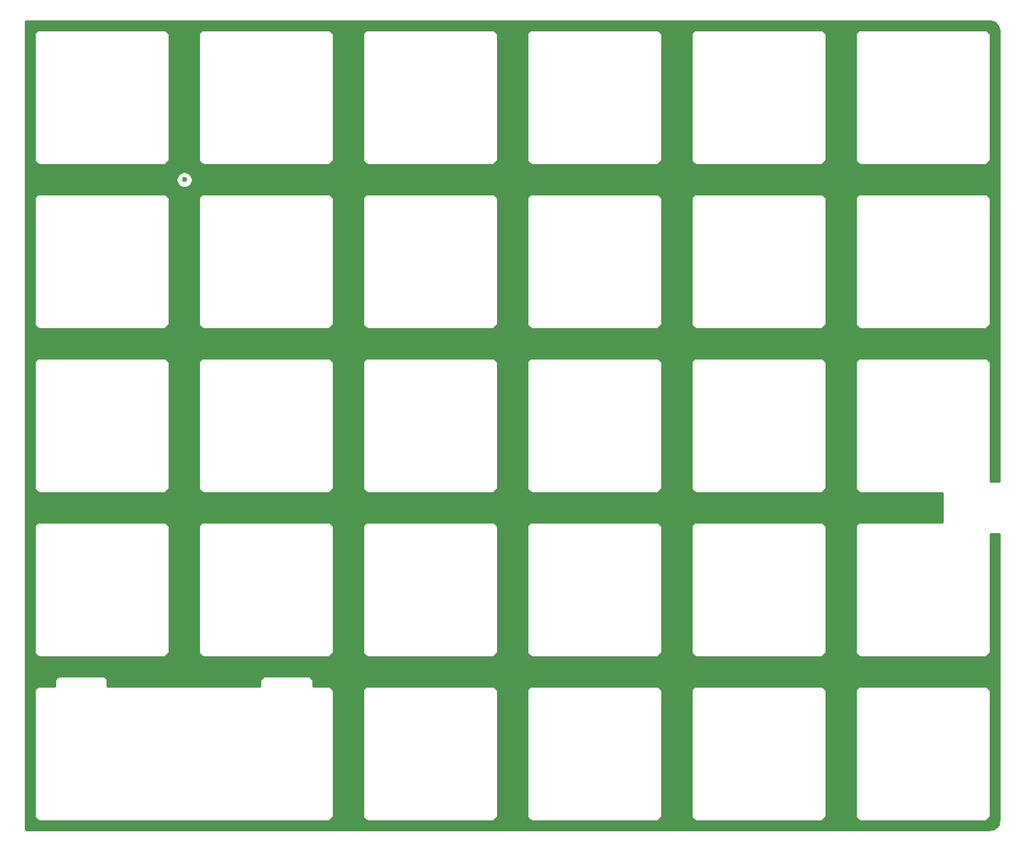
<source format=gtl>
G04 #@! TF.GenerationSoftware,KiCad,Pcbnew,(5.1.10-1-10_14)*
G04 #@! TF.CreationDate,2021-09-29T18:08:53+02:00*
G04 #@! TF.ProjectId,lumberjack-split,6c756d62-6572-46a6-9163-6b2d73706c69,rev?*
G04 #@! TF.SameCoordinates,Original*
G04 #@! TF.FileFunction,Copper,L1,Top*
G04 #@! TF.FilePolarity,Positive*
%FSLAX46Y46*%
G04 Gerber Fmt 4.6, Leading zero omitted, Abs format (unit mm)*
G04 Created by KiCad (PCBNEW (5.1.10-1-10_14)) date 2021-09-29 18:08:53*
%MOMM*%
%LPD*%
G01*
G04 APERTURE LIST*
G04 #@! TA.AperFunction,ViaPad*
%ADD10C,0.600000*%
G04 #@! TD*
G04 #@! TA.AperFunction,NonConductor*
%ADD11C,0.254000*%
G04 #@! TD*
G04 #@! TA.AperFunction,NonConductor*
%ADD12C,0.100000*%
G04 #@! TD*
G04 APERTURE END LIST*
D10*
X121500000Y-69100000D03*
D11*
X215121195Y-50715482D02*
X215326276Y-50777399D01*
X215515428Y-50877973D01*
X215681437Y-51013367D01*
X215817988Y-51178429D01*
X215919881Y-51366877D01*
X215983227Y-51571514D01*
X216008932Y-51816083D01*
X216008933Y-104090088D01*
X214997500Y-104090088D01*
X214997500Y-90521147D01*
X215000814Y-90487500D01*
X214987588Y-90353217D01*
X214948419Y-90224094D01*
X214884812Y-90105093D01*
X214799211Y-90000789D01*
X214694907Y-89915188D01*
X214575906Y-89851581D01*
X214446783Y-89812412D01*
X214346147Y-89802500D01*
X214312500Y-89799186D01*
X214278853Y-89802500D01*
X200058647Y-89802500D01*
X200025000Y-89799186D01*
X199991353Y-89802500D01*
X199890717Y-89812412D01*
X199761594Y-89851581D01*
X199642593Y-89915188D01*
X199538289Y-90000789D01*
X199452688Y-90105093D01*
X199389081Y-90224094D01*
X199349912Y-90353217D01*
X199336686Y-90487500D01*
X199340001Y-90521157D01*
X199340000Y-104741441D01*
X199336686Y-104775088D01*
X199349912Y-104909371D01*
X199389081Y-105038494D01*
X199452688Y-105157495D01*
X199538289Y-105261799D01*
X199642593Y-105347400D01*
X199761594Y-105411007D01*
X199890717Y-105450176D01*
X199991353Y-105460088D01*
X199992247Y-105460088D01*
X200025000Y-105463314D01*
X200057753Y-105460088D01*
X209460489Y-105460088D01*
X209460490Y-108852500D01*
X200058647Y-108852500D01*
X200025000Y-108849186D01*
X199991353Y-108852500D01*
X199890717Y-108862412D01*
X199761594Y-108901581D01*
X199642593Y-108965188D01*
X199538289Y-109050789D01*
X199452688Y-109155093D01*
X199389081Y-109274094D01*
X199349912Y-109403217D01*
X199336686Y-109537500D01*
X199340001Y-109571157D01*
X199340000Y-123791353D01*
X199336686Y-123825000D01*
X199349912Y-123959283D01*
X199389081Y-124088406D01*
X199452688Y-124207407D01*
X199538289Y-124311711D01*
X199642593Y-124397312D01*
X199761594Y-124460919D01*
X199890717Y-124500088D01*
X200025000Y-124513314D01*
X200058647Y-124510000D01*
X214278853Y-124510000D01*
X214312500Y-124513314D01*
X214446783Y-124500088D01*
X214575906Y-124460919D01*
X214694907Y-124397312D01*
X214799211Y-124311711D01*
X214884812Y-124207407D01*
X214948419Y-124088406D01*
X214987588Y-123959283D01*
X214997500Y-123858647D01*
X214997500Y-123858646D01*
X215000814Y-123825000D01*
X214997500Y-123791353D01*
X214997500Y-110222592D01*
X216008932Y-110222592D01*
X216008933Y-143436918D01*
X215984742Y-143683637D01*
X215922825Y-143888716D01*
X215822253Y-144077865D01*
X215686857Y-144243877D01*
X215521793Y-144380430D01*
X215333349Y-144482320D01*
X215128711Y-144545667D01*
X214884141Y-144571372D01*
X103078836Y-144571372D01*
X103078836Y-142875000D01*
X104086686Y-142875000D01*
X104099912Y-143009283D01*
X104139081Y-143138406D01*
X104202688Y-143257407D01*
X104288289Y-143361711D01*
X104339316Y-143403588D01*
X104392593Y-143447312D01*
X104511594Y-143510919D01*
X104640717Y-143550088D01*
X104775000Y-143563314D01*
X104808647Y-143560000D01*
X138078853Y-143560000D01*
X138112500Y-143563314D01*
X138146147Y-143560000D01*
X138246783Y-143550088D01*
X138375906Y-143510919D01*
X138494907Y-143447312D01*
X138599211Y-143361711D01*
X138684812Y-143257407D01*
X138748419Y-143138406D01*
X138787588Y-143009283D01*
X138800814Y-142875000D01*
X138797500Y-142841353D01*
X138797500Y-128622433D01*
X138800930Y-128587608D01*
X138800920Y-128587500D01*
X142186686Y-128587500D01*
X142190000Y-128621147D01*
X142190001Y-142841343D01*
X142186686Y-142875000D01*
X142199912Y-143009283D01*
X142239081Y-143138406D01*
X142302688Y-143257407D01*
X142388289Y-143361711D01*
X142492593Y-143447312D01*
X142611594Y-143510919D01*
X142740717Y-143550088D01*
X142841353Y-143560000D01*
X142875000Y-143563314D01*
X142908647Y-143560000D01*
X157128853Y-143560000D01*
X157162500Y-143563314D01*
X157196147Y-143560000D01*
X157296783Y-143550088D01*
X157425906Y-143510919D01*
X157544907Y-143447312D01*
X157649211Y-143361711D01*
X157734812Y-143257407D01*
X157798419Y-143138406D01*
X157837588Y-143009283D01*
X157850814Y-142875000D01*
X157847500Y-142841353D01*
X157847500Y-128621147D01*
X157850814Y-128587500D01*
X161236686Y-128587500D01*
X161240001Y-128621157D01*
X161240000Y-142841353D01*
X161236686Y-142875000D01*
X161249912Y-143009283D01*
X161289081Y-143138406D01*
X161352688Y-143257407D01*
X161438289Y-143361711D01*
X161489316Y-143403588D01*
X161542593Y-143447312D01*
X161661594Y-143510919D01*
X161790717Y-143550088D01*
X161925000Y-143563314D01*
X161958647Y-143560000D01*
X176178853Y-143560000D01*
X176212500Y-143563314D01*
X176346783Y-143550088D01*
X176475906Y-143510919D01*
X176594907Y-143447312D01*
X176699211Y-143361711D01*
X176784812Y-143257407D01*
X176848419Y-143138406D01*
X176887588Y-143009283D01*
X176897500Y-142908647D01*
X176897500Y-142908646D01*
X176900814Y-142875000D01*
X176897500Y-142841353D01*
X176897500Y-128621147D01*
X176900814Y-128587500D01*
X180286686Y-128587500D01*
X180290001Y-128621157D01*
X180290000Y-142841353D01*
X180286686Y-142875000D01*
X180299912Y-143009283D01*
X180339081Y-143138406D01*
X180402688Y-143257407D01*
X180488289Y-143361711D01*
X180539316Y-143403588D01*
X180592593Y-143447312D01*
X180711594Y-143510919D01*
X180840717Y-143550088D01*
X180975000Y-143563314D01*
X181008647Y-143560000D01*
X195228853Y-143560000D01*
X195262500Y-143563314D01*
X195396783Y-143550088D01*
X195525906Y-143510919D01*
X195644907Y-143447312D01*
X195749211Y-143361711D01*
X195834812Y-143257407D01*
X195898419Y-143138406D01*
X195937588Y-143009283D01*
X195947500Y-142908647D01*
X195947500Y-142908646D01*
X195950814Y-142875000D01*
X195947500Y-142841353D01*
X195947500Y-128621147D01*
X195950814Y-128587500D01*
X199336686Y-128587500D01*
X199340001Y-128621157D01*
X199340000Y-142841353D01*
X199336686Y-142875000D01*
X199349912Y-143009283D01*
X199389081Y-143138406D01*
X199452688Y-143257407D01*
X199538289Y-143361711D01*
X199589316Y-143403588D01*
X199642593Y-143447312D01*
X199761594Y-143510919D01*
X199890717Y-143550088D01*
X200025000Y-143563314D01*
X200058647Y-143560000D01*
X214278853Y-143560000D01*
X214312500Y-143563314D01*
X214446783Y-143550088D01*
X214575906Y-143510919D01*
X214694907Y-143447312D01*
X214799211Y-143361711D01*
X214884812Y-143257407D01*
X214948419Y-143138406D01*
X214987588Y-143009283D01*
X214997500Y-142908647D01*
X214997500Y-142908646D01*
X215000814Y-142875000D01*
X214997500Y-142841353D01*
X214997500Y-128621147D01*
X215000814Y-128587500D01*
X214987588Y-128453217D01*
X214948419Y-128324094D01*
X214884812Y-128205093D01*
X214799211Y-128100789D01*
X214694907Y-128015188D01*
X214575906Y-127951581D01*
X214446783Y-127912412D01*
X214346147Y-127902500D01*
X214312500Y-127899186D01*
X214278853Y-127902500D01*
X200058647Y-127902500D01*
X200025000Y-127899186D01*
X199991353Y-127902500D01*
X199890717Y-127912412D01*
X199761594Y-127951581D01*
X199642593Y-128015188D01*
X199538289Y-128100789D01*
X199452688Y-128205093D01*
X199389081Y-128324094D01*
X199349912Y-128453217D01*
X199336686Y-128587500D01*
X195950814Y-128587500D01*
X195937588Y-128453217D01*
X195898419Y-128324094D01*
X195834812Y-128205093D01*
X195749211Y-128100789D01*
X195644907Y-128015188D01*
X195525906Y-127951581D01*
X195396783Y-127912412D01*
X195296147Y-127902500D01*
X195262500Y-127899186D01*
X195228853Y-127902500D01*
X181008647Y-127902500D01*
X180975000Y-127899186D01*
X180941353Y-127902500D01*
X180840717Y-127912412D01*
X180711594Y-127951581D01*
X180592593Y-128015188D01*
X180488289Y-128100789D01*
X180402688Y-128205093D01*
X180339081Y-128324094D01*
X180299912Y-128453217D01*
X180286686Y-128587500D01*
X176900814Y-128587500D01*
X176887588Y-128453217D01*
X176848419Y-128324094D01*
X176784812Y-128205093D01*
X176699211Y-128100789D01*
X176594907Y-128015188D01*
X176475906Y-127951581D01*
X176346783Y-127912412D01*
X176246147Y-127902500D01*
X176212500Y-127899186D01*
X176178853Y-127902500D01*
X161958647Y-127902500D01*
X161925000Y-127899186D01*
X161891353Y-127902500D01*
X161790717Y-127912412D01*
X161661594Y-127951581D01*
X161542593Y-128015188D01*
X161438289Y-128100789D01*
X161352688Y-128205093D01*
X161289081Y-128324094D01*
X161249912Y-128453217D01*
X161236686Y-128587500D01*
X157850814Y-128587500D01*
X157837588Y-128453217D01*
X157798419Y-128324094D01*
X157734812Y-128205093D01*
X157649211Y-128100789D01*
X157544907Y-128015188D01*
X157425906Y-127951581D01*
X157296783Y-127912412D01*
X157196147Y-127902500D01*
X157162500Y-127899186D01*
X157128853Y-127902500D01*
X142908647Y-127902500D01*
X142875000Y-127899186D01*
X142841353Y-127902500D01*
X142740717Y-127912412D01*
X142611594Y-127951581D01*
X142492593Y-128015188D01*
X142388289Y-128100789D01*
X142302688Y-128205093D01*
X142239081Y-128324094D01*
X142199912Y-128453217D01*
X142186686Y-128587500D01*
X138800920Y-128587500D01*
X138787704Y-128453325D01*
X138748535Y-128324202D01*
X138684928Y-128205201D01*
X138599327Y-128100897D01*
X138599243Y-128100828D01*
X138599211Y-128100789D01*
X138494907Y-128015188D01*
X138375906Y-127951581D01*
X138246783Y-127912412D01*
X138112500Y-127899186D01*
X138077757Y-127902608D01*
X136416364Y-127902608D01*
X136416364Y-127430629D01*
X136419678Y-127396982D01*
X136406452Y-127262699D01*
X136367283Y-127133576D01*
X136303676Y-127014575D01*
X136218075Y-126910271D01*
X136113771Y-126824670D01*
X135994770Y-126761063D01*
X135865647Y-126721894D01*
X135765011Y-126711982D01*
X135731364Y-126708668D01*
X135697717Y-126711982D01*
X131002507Y-126711982D01*
X130968860Y-126708668D01*
X130935213Y-126711982D01*
X130834577Y-126721894D01*
X130705454Y-126761063D01*
X130586453Y-126824670D01*
X130482149Y-126910271D01*
X130396548Y-127014575D01*
X130332941Y-127133576D01*
X130293772Y-127262699D01*
X130280546Y-127396982D01*
X130283860Y-127430629D01*
X130283860Y-127902608D01*
X112603844Y-127902608D01*
X112603844Y-127430629D01*
X112607158Y-127396982D01*
X112593932Y-127262699D01*
X112554763Y-127133576D01*
X112491156Y-127014575D01*
X112405555Y-126910271D01*
X112301251Y-126824670D01*
X112182250Y-126761063D01*
X112053127Y-126721894D01*
X111952491Y-126711982D01*
X111918844Y-126708668D01*
X111885197Y-126711982D01*
X107189987Y-126711982D01*
X107156340Y-126708668D01*
X107122693Y-126711982D01*
X107022057Y-126721894D01*
X106892934Y-126761063D01*
X106773933Y-126824670D01*
X106669629Y-126910271D01*
X106584028Y-127014575D01*
X106520421Y-127133576D01*
X106481252Y-127262699D01*
X106468026Y-127396982D01*
X106471340Y-127430629D01*
X106471340Y-127902577D01*
X104808668Y-127902502D01*
X104775000Y-127899186D01*
X104700114Y-127906562D01*
X104640748Y-127912406D01*
X104640733Y-127912411D01*
X104640718Y-127912412D01*
X104569344Y-127934063D01*
X104511623Y-127951570D01*
X104511612Y-127951576D01*
X104511595Y-127951581D01*
X104449547Y-127984746D01*
X104392619Y-128015171D01*
X104392606Y-128015181D01*
X104392594Y-128015188D01*
X104343455Y-128055516D01*
X104288312Y-128100767D01*
X104288302Y-128100779D01*
X104288290Y-128100789D01*
X104243056Y-128155906D01*
X104202706Y-128205068D01*
X104202699Y-128205080D01*
X104202689Y-128205093D01*
X104172275Y-128261993D01*
X104139093Y-128324066D01*
X104139088Y-128324083D01*
X104139082Y-128324094D01*
X104121581Y-128381786D01*
X104099919Y-128453187D01*
X104099918Y-128453202D01*
X104099913Y-128453217D01*
X104093297Y-128520388D01*
X104086687Y-128587469D01*
X104090001Y-128621134D01*
X104090000Y-142841353D01*
X104086686Y-142875000D01*
X103078836Y-142875000D01*
X103078836Y-109537500D01*
X104086686Y-109537500D01*
X104090001Y-109571157D01*
X104090000Y-123791353D01*
X104086686Y-123825000D01*
X104099912Y-123959283D01*
X104139081Y-124088406D01*
X104202688Y-124207407D01*
X104288289Y-124311711D01*
X104392593Y-124397312D01*
X104511594Y-124460919D01*
X104640717Y-124500088D01*
X104775000Y-124513314D01*
X104808647Y-124510000D01*
X119028853Y-124510000D01*
X119062500Y-124513314D01*
X119196783Y-124500088D01*
X119325906Y-124460919D01*
X119444907Y-124397312D01*
X119549211Y-124311711D01*
X119634812Y-124207407D01*
X119698419Y-124088406D01*
X119737588Y-123959283D01*
X119747500Y-123858647D01*
X119747500Y-123858646D01*
X119750814Y-123825000D01*
X119747500Y-123791353D01*
X119747500Y-109571147D01*
X119750814Y-109537500D01*
X123136686Y-109537500D01*
X123140000Y-109571147D01*
X123140001Y-123791343D01*
X123136686Y-123825000D01*
X123149912Y-123959283D01*
X123189081Y-124088406D01*
X123252688Y-124207407D01*
X123338289Y-124311711D01*
X123442593Y-124397312D01*
X123561594Y-124460919D01*
X123690717Y-124500088D01*
X123791353Y-124510000D01*
X123825000Y-124513314D01*
X123858647Y-124510000D01*
X138078853Y-124510000D01*
X138112500Y-124513314D01*
X138146147Y-124510000D01*
X138246783Y-124500088D01*
X138375906Y-124460919D01*
X138494907Y-124397312D01*
X138599211Y-124311711D01*
X138684812Y-124207407D01*
X138748419Y-124088406D01*
X138787588Y-123959283D01*
X138800814Y-123825000D01*
X138797500Y-123791353D01*
X138797500Y-109571147D01*
X138800814Y-109537500D01*
X142186686Y-109537500D01*
X142190000Y-109571147D01*
X142190001Y-123791343D01*
X142186686Y-123825000D01*
X142199912Y-123959283D01*
X142239081Y-124088406D01*
X142302688Y-124207407D01*
X142388289Y-124311711D01*
X142492593Y-124397312D01*
X142611594Y-124460919D01*
X142740717Y-124500088D01*
X142841353Y-124510000D01*
X142875000Y-124513314D01*
X142908647Y-124510000D01*
X157128853Y-124510000D01*
X157162500Y-124513314D01*
X157196147Y-124510000D01*
X157296783Y-124500088D01*
X157425906Y-124460919D01*
X157544907Y-124397312D01*
X157649211Y-124311711D01*
X157734812Y-124207407D01*
X157798419Y-124088406D01*
X157837588Y-123959283D01*
X157850814Y-123825000D01*
X157847500Y-123791353D01*
X157847500Y-109571147D01*
X157850814Y-109537500D01*
X161236686Y-109537500D01*
X161240001Y-109571157D01*
X161240000Y-123791353D01*
X161236686Y-123825000D01*
X161249912Y-123959283D01*
X161289081Y-124088406D01*
X161352688Y-124207407D01*
X161438289Y-124311711D01*
X161542593Y-124397312D01*
X161661594Y-124460919D01*
X161790717Y-124500088D01*
X161925000Y-124513314D01*
X161958647Y-124510000D01*
X176178853Y-124510000D01*
X176212500Y-124513314D01*
X176346783Y-124500088D01*
X176475906Y-124460919D01*
X176594907Y-124397312D01*
X176699211Y-124311711D01*
X176784812Y-124207407D01*
X176848419Y-124088406D01*
X176887588Y-123959283D01*
X176897500Y-123858647D01*
X176897500Y-123858646D01*
X176900814Y-123825000D01*
X176897500Y-123791353D01*
X176897500Y-109571147D01*
X176900814Y-109537500D01*
X180286686Y-109537500D01*
X180290001Y-109571157D01*
X180290000Y-123791353D01*
X180286686Y-123825000D01*
X180299912Y-123959283D01*
X180339081Y-124088406D01*
X180402688Y-124207407D01*
X180488289Y-124311711D01*
X180592593Y-124397312D01*
X180711594Y-124460919D01*
X180840717Y-124500088D01*
X180975000Y-124513314D01*
X181008647Y-124510000D01*
X195228853Y-124510000D01*
X195262500Y-124513314D01*
X195396783Y-124500088D01*
X195525906Y-124460919D01*
X195644907Y-124397312D01*
X195749211Y-124311711D01*
X195834812Y-124207407D01*
X195898419Y-124088406D01*
X195937588Y-123959283D01*
X195947500Y-123858647D01*
X195947500Y-123858646D01*
X195950814Y-123825000D01*
X195947500Y-123791353D01*
X195947500Y-109571147D01*
X195950814Y-109537500D01*
X195937588Y-109403217D01*
X195898419Y-109274094D01*
X195834812Y-109155093D01*
X195749211Y-109050789D01*
X195644907Y-108965188D01*
X195525906Y-108901581D01*
X195396783Y-108862412D01*
X195296147Y-108852500D01*
X195262500Y-108849186D01*
X195228853Y-108852500D01*
X181008647Y-108852500D01*
X180975000Y-108849186D01*
X180941353Y-108852500D01*
X180840717Y-108862412D01*
X180711594Y-108901581D01*
X180592593Y-108965188D01*
X180488289Y-109050789D01*
X180402688Y-109155093D01*
X180339081Y-109274094D01*
X180299912Y-109403217D01*
X180286686Y-109537500D01*
X176900814Y-109537500D01*
X176887588Y-109403217D01*
X176848419Y-109274094D01*
X176784812Y-109155093D01*
X176699211Y-109050789D01*
X176594907Y-108965188D01*
X176475906Y-108901581D01*
X176346783Y-108862412D01*
X176246147Y-108852500D01*
X176212500Y-108849186D01*
X176178853Y-108852500D01*
X161958647Y-108852500D01*
X161925000Y-108849186D01*
X161891353Y-108852500D01*
X161790717Y-108862412D01*
X161661594Y-108901581D01*
X161542593Y-108965188D01*
X161438289Y-109050789D01*
X161352688Y-109155093D01*
X161289081Y-109274094D01*
X161249912Y-109403217D01*
X161236686Y-109537500D01*
X157850814Y-109537500D01*
X157837588Y-109403217D01*
X157798419Y-109274094D01*
X157734812Y-109155093D01*
X157649211Y-109050789D01*
X157544907Y-108965188D01*
X157425906Y-108901581D01*
X157296783Y-108862412D01*
X157196147Y-108852500D01*
X157162500Y-108849186D01*
X157128853Y-108852500D01*
X142908647Y-108852500D01*
X142875000Y-108849186D01*
X142841353Y-108852500D01*
X142740717Y-108862412D01*
X142611594Y-108901581D01*
X142492593Y-108965188D01*
X142388289Y-109050789D01*
X142302688Y-109155093D01*
X142239081Y-109274094D01*
X142199912Y-109403217D01*
X142186686Y-109537500D01*
X138800814Y-109537500D01*
X138787588Y-109403217D01*
X138748419Y-109274094D01*
X138684812Y-109155093D01*
X138599211Y-109050789D01*
X138494907Y-108965188D01*
X138375906Y-108901581D01*
X138246783Y-108862412D01*
X138146147Y-108852500D01*
X138112500Y-108849186D01*
X138078853Y-108852500D01*
X123858647Y-108852500D01*
X123825000Y-108849186D01*
X123791353Y-108852500D01*
X123690717Y-108862412D01*
X123561594Y-108901581D01*
X123442593Y-108965188D01*
X123338289Y-109050789D01*
X123252688Y-109155093D01*
X123189081Y-109274094D01*
X123149912Y-109403217D01*
X123136686Y-109537500D01*
X119750814Y-109537500D01*
X119737588Y-109403217D01*
X119698419Y-109274094D01*
X119634812Y-109155093D01*
X119549211Y-109050789D01*
X119444907Y-108965188D01*
X119325906Y-108901581D01*
X119196783Y-108862412D01*
X119096147Y-108852500D01*
X119062500Y-108849186D01*
X119028853Y-108852500D01*
X104808647Y-108852500D01*
X104775000Y-108849186D01*
X104741353Y-108852500D01*
X104640717Y-108862412D01*
X104511594Y-108901581D01*
X104392593Y-108965188D01*
X104288289Y-109050789D01*
X104202688Y-109155093D01*
X104139081Y-109274094D01*
X104099912Y-109403217D01*
X104086686Y-109537500D01*
X103078836Y-109537500D01*
X103078836Y-90487500D01*
X104086686Y-90487500D01*
X104090001Y-90521157D01*
X104090000Y-104741353D01*
X104086686Y-104775000D01*
X104099912Y-104909283D01*
X104139081Y-105038406D01*
X104202688Y-105157407D01*
X104288289Y-105261711D01*
X104392593Y-105347312D01*
X104511594Y-105410919D01*
X104640717Y-105450088D01*
X104775000Y-105463314D01*
X104808647Y-105460000D01*
X119028853Y-105460000D01*
X119062500Y-105463314D01*
X119196783Y-105450088D01*
X119325906Y-105410919D01*
X119444907Y-105347312D01*
X119549211Y-105261711D01*
X119634812Y-105157407D01*
X119698419Y-105038406D01*
X119737588Y-104909283D01*
X119747500Y-104808647D01*
X119747500Y-104808646D01*
X119750814Y-104775000D01*
X119747500Y-104741353D01*
X119747500Y-90521147D01*
X119750814Y-90487500D01*
X123136686Y-90487500D01*
X123140000Y-90521147D01*
X123140001Y-104741343D01*
X123136686Y-104775000D01*
X123149912Y-104909283D01*
X123189081Y-105038406D01*
X123252688Y-105157407D01*
X123338289Y-105261711D01*
X123442593Y-105347312D01*
X123561594Y-105410919D01*
X123690717Y-105450088D01*
X123791353Y-105460000D01*
X123825000Y-105463314D01*
X123858647Y-105460000D01*
X138078853Y-105460000D01*
X138112500Y-105463314D01*
X138146147Y-105460000D01*
X138246783Y-105450088D01*
X138375906Y-105410919D01*
X138494907Y-105347312D01*
X138599211Y-105261711D01*
X138684812Y-105157407D01*
X138748419Y-105038406D01*
X138787588Y-104909283D01*
X138800814Y-104775000D01*
X138797500Y-104741353D01*
X138797500Y-90521147D01*
X138800814Y-90487500D01*
X142186686Y-90487500D01*
X142190000Y-90521147D01*
X142190001Y-104741343D01*
X142186686Y-104775000D01*
X142199912Y-104909283D01*
X142239081Y-105038406D01*
X142302688Y-105157407D01*
X142388289Y-105261711D01*
X142492593Y-105347312D01*
X142611594Y-105410919D01*
X142740717Y-105450088D01*
X142841353Y-105460000D01*
X142875000Y-105463314D01*
X142908647Y-105460000D01*
X157128853Y-105460000D01*
X157162500Y-105463314D01*
X157196147Y-105460000D01*
X157296783Y-105450088D01*
X157425906Y-105410919D01*
X157544907Y-105347312D01*
X157649211Y-105261711D01*
X157734812Y-105157407D01*
X157798419Y-105038406D01*
X157837588Y-104909283D01*
X157850814Y-104775000D01*
X157847500Y-104741353D01*
X157847500Y-90521147D01*
X157850814Y-90487500D01*
X161236686Y-90487500D01*
X161240001Y-90521157D01*
X161240000Y-104741353D01*
X161236686Y-104775000D01*
X161249912Y-104909283D01*
X161289081Y-105038406D01*
X161352688Y-105157407D01*
X161438289Y-105261711D01*
X161542593Y-105347312D01*
X161661594Y-105410919D01*
X161790717Y-105450088D01*
X161925000Y-105463314D01*
X161958647Y-105460000D01*
X176178853Y-105460000D01*
X176212500Y-105463314D01*
X176346783Y-105450088D01*
X176475906Y-105410919D01*
X176594907Y-105347312D01*
X176699211Y-105261711D01*
X176784812Y-105157407D01*
X176848419Y-105038406D01*
X176887588Y-104909283D01*
X176897500Y-104808647D01*
X176897500Y-104808646D01*
X176900814Y-104775000D01*
X176897500Y-104741353D01*
X176897500Y-90521147D01*
X176900814Y-90487500D01*
X180286686Y-90487500D01*
X180290001Y-90521157D01*
X180290000Y-104741353D01*
X180286686Y-104775000D01*
X180299912Y-104909283D01*
X180339081Y-105038406D01*
X180402688Y-105157407D01*
X180488289Y-105261711D01*
X180592593Y-105347312D01*
X180711594Y-105410919D01*
X180840717Y-105450088D01*
X180975000Y-105463314D01*
X181008647Y-105460000D01*
X195228853Y-105460000D01*
X195262500Y-105463314D01*
X195396783Y-105450088D01*
X195525906Y-105410919D01*
X195644907Y-105347312D01*
X195749211Y-105261711D01*
X195834812Y-105157407D01*
X195898419Y-105038406D01*
X195937588Y-104909283D01*
X195947500Y-104808647D01*
X195947500Y-104808646D01*
X195950814Y-104775000D01*
X195947500Y-104741353D01*
X195947500Y-90521147D01*
X195950814Y-90487500D01*
X195937588Y-90353217D01*
X195898419Y-90224094D01*
X195834812Y-90105093D01*
X195749211Y-90000789D01*
X195644907Y-89915188D01*
X195525906Y-89851581D01*
X195396783Y-89812412D01*
X195296147Y-89802500D01*
X195262500Y-89799186D01*
X195228853Y-89802500D01*
X181008647Y-89802500D01*
X180975000Y-89799186D01*
X180941353Y-89802500D01*
X180840717Y-89812412D01*
X180711594Y-89851581D01*
X180592593Y-89915188D01*
X180488289Y-90000789D01*
X180402688Y-90105093D01*
X180339081Y-90224094D01*
X180299912Y-90353217D01*
X180286686Y-90487500D01*
X176900814Y-90487500D01*
X176887588Y-90353217D01*
X176848419Y-90224094D01*
X176784812Y-90105093D01*
X176699211Y-90000789D01*
X176594907Y-89915188D01*
X176475906Y-89851581D01*
X176346783Y-89812412D01*
X176246147Y-89802500D01*
X176212500Y-89799186D01*
X176178853Y-89802500D01*
X161958647Y-89802500D01*
X161925000Y-89799186D01*
X161891353Y-89802500D01*
X161790717Y-89812412D01*
X161661594Y-89851581D01*
X161542593Y-89915188D01*
X161438289Y-90000789D01*
X161352688Y-90105093D01*
X161289081Y-90224094D01*
X161249912Y-90353217D01*
X161236686Y-90487500D01*
X157850814Y-90487500D01*
X157837588Y-90353217D01*
X157798419Y-90224094D01*
X157734812Y-90105093D01*
X157649211Y-90000789D01*
X157544907Y-89915188D01*
X157425906Y-89851581D01*
X157296783Y-89812412D01*
X157196147Y-89802500D01*
X157162500Y-89799186D01*
X157128853Y-89802500D01*
X142908647Y-89802500D01*
X142875000Y-89799186D01*
X142841353Y-89802500D01*
X142740717Y-89812412D01*
X142611594Y-89851581D01*
X142492593Y-89915188D01*
X142388289Y-90000789D01*
X142302688Y-90105093D01*
X142239081Y-90224094D01*
X142199912Y-90353217D01*
X142186686Y-90487500D01*
X138800814Y-90487500D01*
X138787588Y-90353217D01*
X138748419Y-90224094D01*
X138684812Y-90105093D01*
X138599211Y-90000789D01*
X138494907Y-89915188D01*
X138375906Y-89851581D01*
X138246783Y-89812412D01*
X138146147Y-89802500D01*
X138112500Y-89799186D01*
X138078853Y-89802500D01*
X123858647Y-89802500D01*
X123825000Y-89799186D01*
X123791353Y-89802500D01*
X123690717Y-89812412D01*
X123561594Y-89851581D01*
X123442593Y-89915188D01*
X123338289Y-90000789D01*
X123252688Y-90105093D01*
X123189081Y-90224094D01*
X123149912Y-90353217D01*
X123136686Y-90487500D01*
X119750814Y-90487500D01*
X119737588Y-90353217D01*
X119698419Y-90224094D01*
X119634812Y-90105093D01*
X119549211Y-90000789D01*
X119444907Y-89915188D01*
X119325906Y-89851581D01*
X119196783Y-89812412D01*
X119096147Y-89802500D01*
X119062500Y-89799186D01*
X119028853Y-89802500D01*
X104808647Y-89802500D01*
X104775000Y-89799186D01*
X104741353Y-89802500D01*
X104640717Y-89812412D01*
X104511594Y-89851581D01*
X104392593Y-89915188D01*
X104288289Y-90000789D01*
X104202688Y-90105093D01*
X104139081Y-90224094D01*
X104099912Y-90353217D01*
X104086686Y-90487500D01*
X103078836Y-90487500D01*
X103078836Y-71437500D01*
X104086686Y-71437500D01*
X104090001Y-71471157D01*
X104090000Y-85691353D01*
X104086686Y-85725000D01*
X104099912Y-85859283D01*
X104139081Y-85988406D01*
X104202688Y-86107407D01*
X104288289Y-86211711D01*
X104392593Y-86297312D01*
X104511594Y-86360919D01*
X104640717Y-86400088D01*
X104775000Y-86413314D01*
X104808647Y-86410000D01*
X119028853Y-86410000D01*
X119062500Y-86413314D01*
X119196783Y-86400088D01*
X119325906Y-86360919D01*
X119444907Y-86297312D01*
X119549211Y-86211711D01*
X119634812Y-86107407D01*
X119698419Y-85988406D01*
X119737588Y-85859283D01*
X119747500Y-85758647D01*
X119747500Y-85758646D01*
X119750814Y-85725000D01*
X119747500Y-85691353D01*
X119747500Y-71471147D01*
X119750814Y-71437500D01*
X123136686Y-71437500D01*
X123140000Y-71471147D01*
X123140001Y-85691343D01*
X123136686Y-85725000D01*
X123149912Y-85859283D01*
X123189081Y-85988406D01*
X123252688Y-86107407D01*
X123338289Y-86211711D01*
X123442593Y-86297312D01*
X123561594Y-86360919D01*
X123690717Y-86400088D01*
X123791353Y-86410000D01*
X123825000Y-86413314D01*
X123858647Y-86410000D01*
X138078853Y-86410000D01*
X138112500Y-86413314D01*
X138146147Y-86410000D01*
X138246783Y-86400088D01*
X138375906Y-86360919D01*
X138494907Y-86297312D01*
X138599211Y-86211711D01*
X138684812Y-86107407D01*
X138748419Y-85988406D01*
X138787588Y-85859283D01*
X138800814Y-85725000D01*
X138797500Y-85691353D01*
X138797500Y-71471147D01*
X138800814Y-71437500D01*
X142186686Y-71437500D01*
X142190000Y-71471147D01*
X142190001Y-85691343D01*
X142186686Y-85725000D01*
X142199912Y-85859283D01*
X142239081Y-85988406D01*
X142302688Y-86107407D01*
X142388289Y-86211711D01*
X142492593Y-86297312D01*
X142611594Y-86360919D01*
X142740717Y-86400088D01*
X142841353Y-86410000D01*
X142875000Y-86413314D01*
X142908647Y-86410000D01*
X157128853Y-86410000D01*
X157162500Y-86413314D01*
X157196147Y-86410000D01*
X157296783Y-86400088D01*
X157425906Y-86360919D01*
X157544907Y-86297312D01*
X157649211Y-86211711D01*
X157734812Y-86107407D01*
X157798419Y-85988406D01*
X157837588Y-85859283D01*
X157850814Y-85725000D01*
X157847500Y-85691353D01*
X157847500Y-71471147D01*
X157850814Y-71437500D01*
X161236686Y-71437500D01*
X161240001Y-71471157D01*
X161240000Y-85691353D01*
X161236686Y-85725000D01*
X161249912Y-85859283D01*
X161289081Y-85988406D01*
X161352688Y-86107407D01*
X161438289Y-86211711D01*
X161542593Y-86297312D01*
X161661594Y-86360919D01*
X161790717Y-86400088D01*
X161925000Y-86413314D01*
X161958647Y-86410000D01*
X176178853Y-86410000D01*
X176212500Y-86413314D01*
X176346783Y-86400088D01*
X176475906Y-86360919D01*
X176594907Y-86297312D01*
X176699211Y-86211711D01*
X176784812Y-86107407D01*
X176848419Y-85988406D01*
X176887588Y-85859283D01*
X176897500Y-85758647D01*
X176897500Y-85758646D01*
X176900814Y-85725000D01*
X176897500Y-85691353D01*
X176897500Y-71471147D01*
X176900814Y-71437500D01*
X180286686Y-71437500D01*
X180290001Y-71471157D01*
X180290000Y-85691353D01*
X180286686Y-85725000D01*
X180299912Y-85859283D01*
X180339081Y-85988406D01*
X180402688Y-86107407D01*
X180488289Y-86211711D01*
X180592593Y-86297312D01*
X180711594Y-86360919D01*
X180840717Y-86400088D01*
X180975000Y-86413314D01*
X181008647Y-86410000D01*
X195228853Y-86410000D01*
X195262500Y-86413314D01*
X195396783Y-86400088D01*
X195525906Y-86360919D01*
X195644907Y-86297312D01*
X195749211Y-86211711D01*
X195834812Y-86107407D01*
X195898419Y-85988406D01*
X195937588Y-85859283D01*
X195947500Y-85758647D01*
X195947500Y-85758646D01*
X195950814Y-85725000D01*
X195947500Y-85691353D01*
X195947500Y-71471147D01*
X195950814Y-71437500D01*
X199336686Y-71437500D01*
X199340001Y-71471157D01*
X199340000Y-85691353D01*
X199336686Y-85725000D01*
X199349912Y-85859283D01*
X199389081Y-85988406D01*
X199452688Y-86107407D01*
X199538289Y-86211711D01*
X199642593Y-86297312D01*
X199761594Y-86360919D01*
X199890717Y-86400088D01*
X200025000Y-86413314D01*
X200058647Y-86410000D01*
X214278853Y-86410000D01*
X214312500Y-86413314D01*
X214446783Y-86400088D01*
X214575906Y-86360919D01*
X214694907Y-86297312D01*
X214799211Y-86211711D01*
X214884812Y-86107407D01*
X214948419Y-85988406D01*
X214987588Y-85859283D01*
X214997500Y-85758647D01*
X214997500Y-85758646D01*
X215000814Y-85725000D01*
X214997500Y-85691353D01*
X214997500Y-71471147D01*
X215000814Y-71437500D01*
X214987588Y-71303217D01*
X214948419Y-71174094D01*
X214884812Y-71055093D01*
X214799211Y-70950789D01*
X214694907Y-70865188D01*
X214575906Y-70801581D01*
X214446783Y-70762412D01*
X214346147Y-70752500D01*
X214312500Y-70749186D01*
X214278853Y-70752500D01*
X200058647Y-70752500D01*
X200025000Y-70749186D01*
X199991353Y-70752500D01*
X199890717Y-70762412D01*
X199761594Y-70801581D01*
X199642593Y-70865188D01*
X199538289Y-70950789D01*
X199452688Y-71055093D01*
X199389081Y-71174094D01*
X199349912Y-71303217D01*
X199336686Y-71437500D01*
X195950814Y-71437500D01*
X195937588Y-71303217D01*
X195898419Y-71174094D01*
X195834812Y-71055093D01*
X195749211Y-70950789D01*
X195644907Y-70865188D01*
X195525906Y-70801581D01*
X195396783Y-70762412D01*
X195296147Y-70752500D01*
X195262500Y-70749186D01*
X195228853Y-70752500D01*
X181008647Y-70752500D01*
X180975000Y-70749186D01*
X180941353Y-70752500D01*
X180840717Y-70762412D01*
X180711594Y-70801581D01*
X180592593Y-70865188D01*
X180488289Y-70950789D01*
X180402688Y-71055093D01*
X180339081Y-71174094D01*
X180299912Y-71303217D01*
X180286686Y-71437500D01*
X176900814Y-71437500D01*
X176887588Y-71303217D01*
X176848419Y-71174094D01*
X176784812Y-71055093D01*
X176699211Y-70950789D01*
X176594907Y-70865188D01*
X176475906Y-70801581D01*
X176346783Y-70762412D01*
X176246147Y-70752500D01*
X176212500Y-70749186D01*
X176178853Y-70752500D01*
X161958647Y-70752500D01*
X161925000Y-70749186D01*
X161891353Y-70752500D01*
X161790717Y-70762412D01*
X161661594Y-70801581D01*
X161542593Y-70865188D01*
X161438289Y-70950789D01*
X161352688Y-71055093D01*
X161289081Y-71174094D01*
X161249912Y-71303217D01*
X161236686Y-71437500D01*
X157850814Y-71437500D01*
X157837588Y-71303217D01*
X157798419Y-71174094D01*
X157734812Y-71055093D01*
X157649211Y-70950789D01*
X157544907Y-70865188D01*
X157425906Y-70801581D01*
X157296783Y-70762412D01*
X157196147Y-70752500D01*
X157162500Y-70749186D01*
X157128853Y-70752500D01*
X142908647Y-70752500D01*
X142875000Y-70749186D01*
X142841353Y-70752500D01*
X142740717Y-70762412D01*
X142611594Y-70801581D01*
X142492593Y-70865188D01*
X142388289Y-70950789D01*
X142302688Y-71055093D01*
X142239081Y-71174094D01*
X142199912Y-71303217D01*
X142186686Y-71437500D01*
X138800814Y-71437500D01*
X138787588Y-71303217D01*
X138748419Y-71174094D01*
X138684812Y-71055093D01*
X138599211Y-70950789D01*
X138494907Y-70865188D01*
X138375906Y-70801581D01*
X138246783Y-70762412D01*
X138146147Y-70752500D01*
X138112500Y-70749186D01*
X138078853Y-70752500D01*
X123858647Y-70752500D01*
X123825000Y-70749186D01*
X123791353Y-70752500D01*
X123690717Y-70762412D01*
X123561594Y-70801581D01*
X123442593Y-70865188D01*
X123338289Y-70950789D01*
X123252688Y-71055093D01*
X123189081Y-71174094D01*
X123149912Y-71303217D01*
X123136686Y-71437500D01*
X119750814Y-71437500D01*
X119737588Y-71303217D01*
X119698419Y-71174094D01*
X119634812Y-71055093D01*
X119549211Y-70950789D01*
X119444907Y-70865188D01*
X119325906Y-70801581D01*
X119196783Y-70762412D01*
X119096147Y-70752500D01*
X119062500Y-70749186D01*
X119028853Y-70752500D01*
X104808647Y-70752500D01*
X104775000Y-70749186D01*
X104741353Y-70752500D01*
X104640717Y-70762412D01*
X104511594Y-70801581D01*
X104392593Y-70865188D01*
X104288289Y-70950789D01*
X104202688Y-71055093D01*
X104139081Y-71174094D01*
X104099912Y-71303217D01*
X104086686Y-71437500D01*
X103078836Y-71437500D01*
X103078836Y-69007911D01*
X120565000Y-69007911D01*
X120565000Y-69192089D01*
X120600932Y-69372729D01*
X120671414Y-69542889D01*
X120773738Y-69696028D01*
X120903972Y-69826262D01*
X121057111Y-69928586D01*
X121227271Y-69999068D01*
X121407911Y-70035000D01*
X121592089Y-70035000D01*
X121772729Y-69999068D01*
X121942889Y-69928586D01*
X122096028Y-69826262D01*
X122226262Y-69696028D01*
X122328586Y-69542889D01*
X122399068Y-69372729D01*
X122435000Y-69192089D01*
X122435000Y-69007911D01*
X122399068Y-68827271D01*
X122328586Y-68657111D01*
X122226262Y-68503972D01*
X122096028Y-68373738D01*
X121942889Y-68271414D01*
X121772729Y-68200932D01*
X121592089Y-68165000D01*
X121407911Y-68165000D01*
X121227271Y-68200932D01*
X121057111Y-68271414D01*
X120903972Y-68373738D01*
X120773738Y-68503972D01*
X120671414Y-68657111D01*
X120600932Y-68827271D01*
X120565000Y-69007911D01*
X103078836Y-69007911D01*
X103078836Y-52387500D01*
X104086686Y-52387500D01*
X104090001Y-52421157D01*
X104090000Y-66641353D01*
X104086686Y-66675000D01*
X104099912Y-66809283D01*
X104139081Y-66938406D01*
X104202688Y-67057407D01*
X104288289Y-67161711D01*
X104392593Y-67247312D01*
X104511594Y-67310919D01*
X104640717Y-67350088D01*
X104775000Y-67363314D01*
X104808647Y-67360000D01*
X119028853Y-67360000D01*
X119062500Y-67363314D01*
X119196783Y-67350088D01*
X119325906Y-67310919D01*
X119444907Y-67247312D01*
X119549211Y-67161711D01*
X119634812Y-67057407D01*
X119698419Y-66938406D01*
X119737588Y-66809283D01*
X119747500Y-66708647D01*
X119747500Y-66708646D01*
X119750814Y-66675000D01*
X119747500Y-66641353D01*
X119747500Y-52421147D01*
X119750814Y-52387500D01*
X123136686Y-52387500D01*
X123140000Y-52421147D01*
X123140001Y-66641343D01*
X123136686Y-66675000D01*
X123149912Y-66809283D01*
X123189081Y-66938406D01*
X123252688Y-67057407D01*
X123338289Y-67161711D01*
X123442593Y-67247312D01*
X123561594Y-67310919D01*
X123690717Y-67350088D01*
X123791353Y-67360000D01*
X123825000Y-67363314D01*
X123858647Y-67360000D01*
X138078853Y-67360000D01*
X138112500Y-67363314D01*
X138146147Y-67360000D01*
X138246783Y-67350088D01*
X138375906Y-67310919D01*
X138494907Y-67247312D01*
X138599211Y-67161711D01*
X138684812Y-67057407D01*
X138748419Y-66938406D01*
X138787588Y-66809283D01*
X138800814Y-66675000D01*
X138797500Y-66641353D01*
X138797500Y-52421147D01*
X138800814Y-52387500D01*
X142186686Y-52387500D01*
X142190000Y-52421147D01*
X142190001Y-66641343D01*
X142186686Y-66675000D01*
X142199912Y-66809283D01*
X142239081Y-66938406D01*
X142302688Y-67057407D01*
X142388289Y-67161711D01*
X142492593Y-67247312D01*
X142611594Y-67310919D01*
X142740717Y-67350088D01*
X142841353Y-67360000D01*
X142875000Y-67363314D01*
X142908647Y-67360000D01*
X157128853Y-67360000D01*
X157162500Y-67363314D01*
X157196147Y-67360000D01*
X157296783Y-67350088D01*
X157425906Y-67310919D01*
X157544907Y-67247312D01*
X157649211Y-67161711D01*
X157734812Y-67057407D01*
X157798419Y-66938406D01*
X157837588Y-66809283D01*
X157850814Y-66675000D01*
X157847500Y-66641353D01*
X157847500Y-52421147D01*
X157850814Y-52387500D01*
X161236686Y-52387500D01*
X161240001Y-52421157D01*
X161240000Y-66641353D01*
X161236686Y-66675000D01*
X161249912Y-66809283D01*
X161289081Y-66938406D01*
X161352688Y-67057407D01*
X161438289Y-67161711D01*
X161542593Y-67247312D01*
X161661594Y-67310919D01*
X161790717Y-67350088D01*
X161925000Y-67363314D01*
X161958647Y-67360000D01*
X176178853Y-67360000D01*
X176212500Y-67363314D01*
X176346783Y-67350088D01*
X176475906Y-67310919D01*
X176594907Y-67247312D01*
X176699211Y-67161711D01*
X176784812Y-67057407D01*
X176848419Y-66938406D01*
X176887588Y-66809283D01*
X176897500Y-66708647D01*
X176897500Y-66708646D01*
X176900814Y-66675000D01*
X176897500Y-66641353D01*
X176897500Y-52421147D01*
X176900814Y-52387500D01*
X180286686Y-52387500D01*
X180290001Y-52421157D01*
X180290000Y-66641353D01*
X180286686Y-66675000D01*
X180299912Y-66809283D01*
X180339081Y-66938406D01*
X180402688Y-67057407D01*
X180488289Y-67161711D01*
X180592593Y-67247312D01*
X180711594Y-67310919D01*
X180840717Y-67350088D01*
X180975000Y-67363314D01*
X181008647Y-67360000D01*
X195228853Y-67360000D01*
X195262500Y-67363314D01*
X195396783Y-67350088D01*
X195525906Y-67310919D01*
X195644907Y-67247312D01*
X195749211Y-67161711D01*
X195834812Y-67057407D01*
X195898419Y-66938406D01*
X195937588Y-66809283D01*
X195947500Y-66708647D01*
X195947500Y-66708646D01*
X195950814Y-66675000D01*
X195947500Y-66641353D01*
X195947500Y-52421147D01*
X195950814Y-52387500D01*
X199336686Y-52387500D01*
X199340001Y-52421157D01*
X199340000Y-66641353D01*
X199336686Y-66675000D01*
X199349912Y-66809283D01*
X199389081Y-66938406D01*
X199452688Y-67057407D01*
X199538289Y-67161711D01*
X199642593Y-67247312D01*
X199761594Y-67310919D01*
X199890717Y-67350088D01*
X200025000Y-67363314D01*
X200058647Y-67360000D01*
X214278853Y-67360000D01*
X214312500Y-67363314D01*
X214446783Y-67350088D01*
X214575906Y-67310919D01*
X214694907Y-67247312D01*
X214799211Y-67161711D01*
X214884812Y-67057407D01*
X214948419Y-66938406D01*
X214987588Y-66809283D01*
X214997500Y-66708647D01*
X214997500Y-66708646D01*
X215000814Y-66675000D01*
X214997500Y-66641353D01*
X214997500Y-52421147D01*
X215000814Y-52387500D01*
X214987588Y-52253217D01*
X214948419Y-52124094D01*
X214884812Y-52005093D01*
X214799211Y-51900789D01*
X214694907Y-51815188D01*
X214575906Y-51751581D01*
X214446783Y-51712412D01*
X214346147Y-51702500D01*
X214312500Y-51699186D01*
X214278853Y-51702500D01*
X200058647Y-51702500D01*
X200025000Y-51699186D01*
X199991353Y-51702500D01*
X199890717Y-51712412D01*
X199761594Y-51751581D01*
X199642593Y-51815188D01*
X199538289Y-51900789D01*
X199452688Y-52005093D01*
X199389081Y-52124094D01*
X199349912Y-52253217D01*
X199336686Y-52387500D01*
X195950814Y-52387500D01*
X195937588Y-52253217D01*
X195898419Y-52124094D01*
X195834812Y-52005093D01*
X195749211Y-51900789D01*
X195644907Y-51815188D01*
X195525906Y-51751581D01*
X195396783Y-51712412D01*
X195296147Y-51702500D01*
X195262500Y-51699186D01*
X195228853Y-51702500D01*
X181008647Y-51702500D01*
X180975000Y-51699186D01*
X180941353Y-51702500D01*
X180840717Y-51712412D01*
X180711594Y-51751581D01*
X180592593Y-51815188D01*
X180488289Y-51900789D01*
X180402688Y-52005093D01*
X180339081Y-52124094D01*
X180299912Y-52253217D01*
X180286686Y-52387500D01*
X176900814Y-52387500D01*
X176887588Y-52253217D01*
X176848419Y-52124094D01*
X176784812Y-52005093D01*
X176699211Y-51900789D01*
X176594907Y-51815188D01*
X176475906Y-51751581D01*
X176346783Y-51712412D01*
X176246147Y-51702500D01*
X176212500Y-51699186D01*
X176178853Y-51702500D01*
X161958647Y-51702500D01*
X161925000Y-51699186D01*
X161891353Y-51702500D01*
X161790717Y-51712412D01*
X161661594Y-51751581D01*
X161542593Y-51815188D01*
X161438289Y-51900789D01*
X161352688Y-52005093D01*
X161289081Y-52124094D01*
X161249912Y-52253217D01*
X161236686Y-52387500D01*
X157850814Y-52387500D01*
X157837588Y-52253217D01*
X157798419Y-52124094D01*
X157734812Y-52005093D01*
X157649211Y-51900789D01*
X157544907Y-51815188D01*
X157425906Y-51751581D01*
X157296783Y-51712412D01*
X157196147Y-51702500D01*
X157162500Y-51699186D01*
X157128853Y-51702500D01*
X142908647Y-51702500D01*
X142875000Y-51699186D01*
X142841353Y-51702500D01*
X142740717Y-51712412D01*
X142611594Y-51751581D01*
X142492593Y-51815188D01*
X142388289Y-51900789D01*
X142302688Y-52005093D01*
X142239081Y-52124094D01*
X142199912Y-52253217D01*
X142186686Y-52387500D01*
X138800814Y-52387500D01*
X138787588Y-52253217D01*
X138748419Y-52124094D01*
X138684812Y-52005093D01*
X138599211Y-51900789D01*
X138494907Y-51815188D01*
X138375906Y-51751581D01*
X138246783Y-51712412D01*
X138146147Y-51702500D01*
X138112500Y-51699186D01*
X138078853Y-51702500D01*
X123858647Y-51702500D01*
X123825000Y-51699186D01*
X123791353Y-51702500D01*
X123690717Y-51712412D01*
X123561594Y-51751581D01*
X123442593Y-51815188D01*
X123338289Y-51900789D01*
X123252688Y-52005093D01*
X123189081Y-52124094D01*
X123149912Y-52253217D01*
X123136686Y-52387500D01*
X119750814Y-52387500D01*
X119737588Y-52253217D01*
X119698419Y-52124094D01*
X119634812Y-52005093D01*
X119549211Y-51900789D01*
X119444907Y-51815188D01*
X119325906Y-51751581D01*
X119196783Y-51712412D01*
X119096147Y-51702500D01*
X119062500Y-51699186D01*
X119028853Y-51702500D01*
X104808647Y-51702500D01*
X104775000Y-51699186D01*
X104741353Y-51702500D01*
X104640717Y-51712412D01*
X104511594Y-51751581D01*
X104392593Y-51815188D01*
X104288289Y-51900789D01*
X104202688Y-52005093D01*
X104139081Y-52124094D01*
X104099912Y-52253217D01*
X104086686Y-52387500D01*
X103078836Y-52387500D01*
X103078836Y-50691292D01*
X214874489Y-50691292D01*
X215121195Y-50715482D01*
G04 #@! TA.AperFunction,NonConductor*
D12*
G36*
X215121195Y-50715482D02*
G01*
X215326276Y-50777399D01*
X215515428Y-50877973D01*
X215681437Y-51013367D01*
X215817988Y-51178429D01*
X215919881Y-51366877D01*
X215983227Y-51571514D01*
X216008932Y-51816083D01*
X216008933Y-104090088D01*
X214997500Y-104090088D01*
X214997500Y-90521147D01*
X215000814Y-90487500D01*
X214987588Y-90353217D01*
X214948419Y-90224094D01*
X214884812Y-90105093D01*
X214799211Y-90000789D01*
X214694907Y-89915188D01*
X214575906Y-89851581D01*
X214446783Y-89812412D01*
X214346147Y-89802500D01*
X214312500Y-89799186D01*
X214278853Y-89802500D01*
X200058647Y-89802500D01*
X200025000Y-89799186D01*
X199991353Y-89802500D01*
X199890717Y-89812412D01*
X199761594Y-89851581D01*
X199642593Y-89915188D01*
X199538289Y-90000789D01*
X199452688Y-90105093D01*
X199389081Y-90224094D01*
X199349912Y-90353217D01*
X199336686Y-90487500D01*
X199340001Y-90521157D01*
X199340000Y-104741441D01*
X199336686Y-104775088D01*
X199349912Y-104909371D01*
X199389081Y-105038494D01*
X199452688Y-105157495D01*
X199538289Y-105261799D01*
X199642593Y-105347400D01*
X199761594Y-105411007D01*
X199890717Y-105450176D01*
X199991353Y-105460088D01*
X199992247Y-105460088D01*
X200025000Y-105463314D01*
X200057753Y-105460088D01*
X209460489Y-105460088D01*
X209460490Y-108852500D01*
X200058647Y-108852500D01*
X200025000Y-108849186D01*
X199991353Y-108852500D01*
X199890717Y-108862412D01*
X199761594Y-108901581D01*
X199642593Y-108965188D01*
X199538289Y-109050789D01*
X199452688Y-109155093D01*
X199389081Y-109274094D01*
X199349912Y-109403217D01*
X199336686Y-109537500D01*
X199340001Y-109571157D01*
X199340000Y-123791353D01*
X199336686Y-123825000D01*
X199349912Y-123959283D01*
X199389081Y-124088406D01*
X199452688Y-124207407D01*
X199538289Y-124311711D01*
X199642593Y-124397312D01*
X199761594Y-124460919D01*
X199890717Y-124500088D01*
X200025000Y-124513314D01*
X200058647Y-124510000D01*
X214278853Y-124510000D01*
X214312500Y-124513314D01*
X214446783Y-124500088D01*
X214575906Y-124460919D01*
X214694907Y-124397312D01*
X214799211Y-124311711D01*
X214884812Y-124207407D01*
X214948419Y-124088406D01*
X214987588Y-123959283D01*
X214997500Y-123858647D01*
X214997500Y-123858646D01*
X215000814Y-123825000D01*
X214997500Y-123791353D01*
X214997500Y-110222592D01*
X216008932Y-110222592D01*
X216008933Y-143436918D01*
X215984742Y-143683637D01*
X215922825Y-143888716D01*
X215822253Y-144077865D01*
X215686857Y-144243877D01*
X215521793Y-144380430D01*
X215333349Y-144482320D01*
X215128711Y-144545667D01*
X214884141Y-144571372D01*
X103078836Y-144571372D01*
X103078836Y-142875000D01*
X104086686Y-142875000D01*
X104099912Y-143009283D01*
X104139081Y-143138406D01*
X104202688Y-143257407D01*
X104288289Y-143361711D01*
X104339316Y-143403588D01*
X104392593Y-143447312D01*
X104511594Y-143510919D01*
X104640717Y-143550088D01*
X104775000Y-143563314D01*
X104808647Y-143560000D01*
X138078853Y-143560000D01*
X138112500Y-143563314D01*
X138146147Y-143560000D01*
X138246783Y-143550088D01*
X138375906Y-143510919D01*
X138494907Y-143447312D01*
X138599211Y-143361711D01*
X138684812Y-143257407D01*
X138748419Y-143138406D01*
X138787588Y-143009283D01*
X138800814Y-142875000D01*
X138797500Y-142841353D01*
X138797500Y-128622433D01*
X138800930Y-128587608D01*
X138800920Y-128587500D01*
X142186686Y-128587500D01*
X142190000Y-128621147D01*
X142190001Y-142841343D01*
X142186686Y-142875000D01*
X142199912Y-143009283D01*
X142239081Y-143138406D01*
X142302688Y-143257407D01*
X142388289Y-143361711D01*
X142492593Y-143447312D01*
X142611594Y-143510919D01*
X142740717Y-143550088D01*
X142841353Y-143560000D01*
X142875000Y-143563314D01*
X142908647Y-143560000D01*
X157128853Y-143560000D01*
X157162500Y-143563314D01*
X157196147Y-143560000D01*
X157296783Y-143550088D01*
X157425906Y-143510919D01*
X157544907Y-143447312D01*
X157649211Y-143361711D01*
X157734812Y-143257407D01*
X157798419Y-143138406D01*
X157837588Y-143009283D01*
X157850814Y-142875000D01*
X157847500Y-142841353D01*
X157847500Y-128621147D01*
X157850814Y-128587500D01*
X161236686Y-128587500D01*
X161240001Y-128621157D01*
X161240000Y-142841353D01*
X161236686Y-142875000D01*
X161249912Y-143009283D01*
X161289081Y-143138406D01*
X161352688Y-143257407D01*
X161438289Y-143361711D01*
X161489316Y-143403588D01*
X161542593Y-143447312D01*
X161661594Y-143510919D01*
X161790717Y-143550088D01*
X161925000Y-143563314D01*
X161958647Y-143560000D01*
X176178853Y-143560000D01*
X176212500Y-143563314D01*
X176346783Y-143550088D01*
X176475906Y-143510919D01*
X176594907Y-143447312D01*
X176699211Y-143361711D01*
X176784812Y-143257407D01*
X176848419Y-143138406D01*
X176887588Y-143009283D01*
X176897500Y-142908647D01*
X176897500Y-142908646D01*
X176900814Y-142875000D01*
X176897500Y-142841353D01*
X176897500Y-128621147D01*
X176900814Y-128587500D01*
X180286686Y-128587500D01*
X180290001Y-128621157D01*
X180290000Y-142841353D01*
X180286686Y-142875000D01*
X180299912Y-143009283D01*
X180339081Y-143138406D01*
X180402688Y-143257407D01*
X180488289Y-143361711D01*
X180539316Y-143403588D01*
X180592593Y-143447312D01*
X180711594Y-143510919D01*
X180840717Y-143550088D01*
X180975000Y-143563314D01*
X181008647Y-143560000D01*
X195228853Y-143560000D01*
X195262500Y-143563314D01*
X195396783Y-143550088D01*
X195525906Y-143510919D01*
X195644907Y-143447312D01*
X195749211Y-143361711D01*
X195834812Y-143257407D01*
X195898419Y-143138406D01*
X195937588Y-143009283D01*
X195947500Y-142908647D01*
X195947500Y-142908646D01*
X195950814Y-142875000D01*
X195947500Y-142841353D01*
X195947500Y-128621147D01*
X195950814Y-128587500D01*
X199336686Y-128587500D01*
X199340001Y-128621157D01*
X199340000Y-142841353D01*
X199336686Y-142875000D01*
X199349912Y-143009283D01*
X199389081Y-143138406D01*
X199452688Y-143257407D01*
X199538289Y-143361711D01*
X199589316Y-143403588D01*
X199642593Y-143447312D01*
X199761594Y-143510919D01*
X199890717Y-143550088D01*
X200025000Y-143563314D01*
X200058647Y-143560000D01*
X214278853Y-143560000D01*
X214312500Y-143563314D01*
X214446783Y-143550088D01*
X214575906Y-143510919D01*
X214694907Y-143447312D01*
X214799211Y-143361711D01*
X214884812Y-143257407D01*
X214948419Y-143138406D01*
X214987588Y-143009283D01*
X214997500Y-142908647D01*
X214997500Y-142908646D01*
X215000814Y-142875000D01*
X214997500Y-142841353D01*
X214997500Y-128621147D01*
X215000814Y-128587500D01*
X214987588Y-128453217D01*
X214948419Y-128324094D01*
X214884812Y-128205093D01*
X214799211Y-128100789D01*
X214694907Y-128015188D01*
X214575906Y-127951581D01*
X214446783Y-127912412D01*
X214346147Y-127902500D01*
X214312500Y-127899186D01*
X214278853Y-127902500D01*
X200058647Y-127902500D01*
X200025000Y-127899186D01*
X199991353Y-127902500D01*
X199890717Y-127912412D01*
X199761594Y-127951581D01*
X199642593Y-128015188D01*
X199538289Y-128100789D01*
X199452688Y-128205093D01*
X199389081Y-128324094D01*
X199349912Y-128453217D01*
X199336686Y-128587500D01*
X195950814Y-128587500D01*
X195937588Y-128453217D01*
X195898419Y-128324094D01*
X195834812Y-128205093D01*
X195749211Y-128100789D01*
X195644907Y-128015188D01*
X195525906Y-127951581D01*
X195396783Y-127912412D01*
X195296147Y-127902500D01*
X195262500Y-127899186D01*
X195228853Y-127902500D01*
X181008647Y-127902500D01*
X180975000Y-127899186D01*
X180941353Y-127902500D01*
X180840717Y-127912412D01*
X180711594Y-127951581D01*
X180592593Y-128015188D01*
X180488289Y-128100789D01*
X180402688Y-128205093D01*
X180339081Y-128324094D01*
X180299912Y-128453217D01*
X180286686Y-128587500D01*
X176900814Y-128587500D01*
X176887588Y-128453217D01*
X176848419Y-128324094D01*
X176784812Y-128205093D01*
X176699211Y-128100789D01*
X176594907Y-128015188D01*
X176475906Y-127951581D01*
X176346783Y-127912412D01*
X176246147Y-127902500D01*
X176212500Y-127899186D01*
X176178853Y-127902500D01*
X161958647Y-127902500D01*
X161925000Y-127899186D01*
X161891353Y-127902500D01*
X161790717Y-127912412D01*
X161661594Y-127951581D01*
X161542593Y-128015188D01*
X161438289Y-128100789D01*
X161352688Y-128205093D01*
X161289081Y-128324094D01*
X161249912Y-128453217D01*
X161236686Y-128587500D01*
X157850814Y-128587500D01*
X157837588Y-128453217D01*
X157798419Y-128324094D01*
X157734812Y-128205093D01*
X157649211Y-128100789D01*
X157544907Y-128015188D01*
X157425906Y-127951581D01*
X157296783Y-127912412D01*
X157196147Y-127902500D01*
X157162500Y-127899186D01*
X157128853Y-127902500D01*
X142908647Y-127902500D01*
X142875000Y-127899186D01*
X142841353Y-127902500D01*
X142740717Y-127912412D01*
X142611594Y-127951581D01*
X142492593Y-128015188D01*
X142388289Y-128100789D01*
X142302688Y-128205093D01*
X142239081Y-128324094D01*
X142199912Y-128453217D01*
X142186686Y-128587500D01*
X138800920Y-128587500D01*
X138787704Y-128453325D01*
X138748535Y-128324202D01*
X138684928Y-128205201D01*
X138599327Y-128100897D01*
X138599243Y-128100828D01*
X138599211Y-128100789D01*
X138494907Y-128015188D01*
X138375906Y-127951581D01*
X138246783Y-127912412D01*
X138112500Y-127899186D01*
X138077757Y-127902608D01*
X136416364Y-127902608D01*
X136416364Y-127430629D01*
X136419678Y-127396982D01*
X136406452Y-127262699D01*
X136367283Y-127133576D01*
X136303676Y-127014575D01*
X136218075Y-126910271D01*
X136113771Y-126824670D01*
X135994770Y-126761063D01*
X135865647Y-126721894D01*
X135765011Y-126711982D01*
X135731364Y-126708668D01*
X135697717Y-126711982D01*
X131002507Y-126711982D01*
X130968860Y-126708668D01*
X130935213Y-126711982D01*
X130834577Y-126721894D01*
X130705454Y-126761063D01*
X130586453Y-126824670D01*
X130482149Y-126910271D01*
X130396548Y-127014575D01*
X130332941Y-127133576D01*
X130293772Y-127262699D01*
X130280546Y-127396982D01*
X130283860Y-127430629D01*
X130283860Y-127902608D01*
X112603844Y-127902608D01*
X112603844Y-127430629D01*
X112607158Y-127396982D01*
X112593932Y-127262699D01*
X112554763Y-127133576D01*
X112491156Y-127014575D01*
X112405555Y-126910271D01*
X112301251Y-126824670D01*
X112182250Y-126761063D01*
X112053127Y-126721894D01*
X111952491Y-126711982D01*
X111918844Y-126708668D01*
X111885197Y-126711982D01*
X107189987Y-126711982D01*
X107156340Y-126708668D01*
X107122693Y-126711982D01*
X107022057Y-126721894D01*
X106892934Y-126761063D01*
X106773933Y-126824670D01*
X106669629Y-126910271D01*
X106584028Y-127014575D01*
X106520421Y-127133576D01*
X106481252Y-127262699D01*
X106468026Y-127396982D01*
X106471340Y-127430629D01*
X106471340Y-127902577D01*
X104808668Y-127902502D01*
X104775000Y-127899186D01*
X104700114Y-127906562D01*
X104640748Y-127912406D01*
X104640733Y-127912411D01*
X104640718Y-127912412D01*
X104569344Y-127934063D01*
X104511623Y-127951570D01*
X104511612Y-127951576D01*
X104511595Y-127951581D01*
X104449547Y-127984746D01*
X104392619Y-128015171D01*
X104392606Y-128015181D01*
X104392594Y-128015188D01*
X104343455Y-128055516D01*
X104288312Y-128100767D01*
X104288302Y-128100779D01*
X104288290Y-128100789D01*
X104243056Y-128155906D01*
X104202706Y-128205068D01*
X104202699Y-128205080D01*
X104202689Y-128205093D01*
X104172275Y-128261993D01*
X104139093Y-128324066D01*
X104139088Y-128324083D01*
X104139082Y-128324094D01*
X104121581Y-128381786D01*
X104099919Y-128453187D01*
X104099918Y-128453202D01*
X104099913Y-128453217D01*
X104093297Y-128520388D01*
X104086687Y-128587469D01*
X104090001Y-128621134D01*
X104090000Y-142841353D01*
X104086686Y-142875000D01*
X103078836Y-142875000D01*
X103078836Y-109537500D01*
X104086686Y-109537500D01*
X104090001Y-109571157D01*
X104090000Y-123791353D01*
X104086686Y-123825000D01*
X104099912Y-123959283D01*
X104139081Y-124088406D01*
X104202688Y-124207407D01*
X104288289Y-124311711D01*
X104392593Y-124397312D01*
X104511594Y-124460919D01*
X104640717Y-124500088D01*
X104775000Y-124513314D01*
X104808647Y-124510000D01*
X119028853Y-124510000D01*
X119062500Y-124513314D01*
X119196783Y-124500088D01*
X119325906Y-124460919D01*
X119444907Y-124397312D01*
X119549211Y-124311711D01*
X119634812Y-124207407D01*
X119698419Y-124088406D01*
X119737588Y-123959283D01*
X119747500Y-123858647D01*
X119747500Y-123858646D01*
X119750814Y-123825000D01*
X119747500Y-123791353D01*
X119747500Y-109571147D01*
X119750814Y-109537500D01*
X123136686Y-109537500D01*
X123140000Y-109571147D01*
X123140001Y-123791343D01*
X123136686Y-123825000D01*
X123149912Y-123959283D01*
X123189081Y-124088406D01*
X123252688Y-124207407D01*
X123338289Y-124311711D01*
X123442593Y-124397312D01*
X123561594Y-124460919D01*
X123690717Y-124500088D01*
X123791353Y-124510000D01*
X123825000Y-124513314D01*
X123858647Y-124510000D01*
X138078853Y-124510000D01*
X138112500Y-124513314D01*
X138146147Y-124510000D01*
X138246783Y-124500088D01*
X138375906Y-124460919D01*
X138494907Y-124397312D01*
X138599211Y-124311711D01*
X138684812Y-124207407D01*
X138748419Y-124088406D01*
X138787588Y-123959283D01*
X138800814Y-123825000D01*
X138797500Y-123791353D01*
X138797500Y-109571147D01*
X138800814Y-109537500D01*
X142186686Y-109537500D01*
X142190000Y-109571147D01*
X142190001Y-123791343D01*
X142186686Y-123825000D01*
X142199912Y-123959283D01*
X142239081Y-124088406D01*
X142302688Y-124207407D01*
X142388289Y-124311711D01*
X142492593Y-124397312D01*
X142611594Y-124460919D01*
X142740717Y-124500088D01*
X142841353Y-124510000D01*
X142875000Y-124513314D01*
X142908647Y-124510000D01*
X157128853Y-124510000D01*
X157162500Y-124513314D01*
X157196147Y-124510000D01*
X157296783Y-124500088D01*
X157425906Y-124460919D01*
X157544907Y-124397312D01*
X157649211Y-124311711D01*
X157734812Y-124207407D01*
X157798419Y-124088406D01*
X157837588Y-123959283D01*
X157850814Y-123825000D01*
X157847500Y-123791353D01*
X157847500Y-109571147D01*
X157850814Y-109537500D01*
X161236686Y-109537500D01*
X161240001Y-109571157D01*
X161240000Y-123791353D01*
X161236686Y-123825000D01*
X161249912Y-123959283D01*
X161289081Y-124088406D01*
X161352688Y-124207407D01*
X161438289Y-124311711D01*
X161542593Y-124397312D01*
X161661594Y-124460919D01*
X161790717Y-124500088D01*
X161925000Y-124513314D01*
X161958647Y-124510000D01*
X176178853Y-124510000D01*
X176212500Y-124513314D01*
X176346783Y-124500088D01*
X176475906Y-124460919D01*
X176594907Y-124397312D01*
X176699211Y-124311711D01*
X176784812Y-124207407D01*
X176848419Y-124088406D01*
X176887588Y-123959283D01*
X176897500Y-123858647D01*
X176897500Y-123858646D01*
X176900814Y-123825000D01*
X176897500Y-123791353D01*
X176897500Y-109571147D01*
X176900814Y-109537500D01*
X180286686Y-109537500D01*
X180290001Y-109571157D01*
X180290000Y-123791353D01*
X180286686Y-123825000D01*
X180299912Y-123959283D01*
X180339081Y-124088406D01*
X180402688Y-124207407D01*
X180488289Y-124311711D01*
X180592593Y-124397312D01*
X180711594Y-124460919D01*
X180840717Y-124500088D01*
X180975000Y-124513314D01*
X181008647Y-124510000D01*
X195228853Y-124510000D01*
X195262500Y-124513314D01*
X195396783Y-124500088D01*
X195525906Y-124460919D01*
X195644907Y-124397312D01*
X195749211Y-124311711D01*
X195834812Y-124207407D01*
X195898419Y-124088406D01*
X195937588Y-123959283D01*
X195947500Y-123858647D01*
X195947500Y-123858646D01*
X195950814Y-123825000D01*
X195947500Y-123791353D01*
X195947500Y-109571147D01*
X195950814Y-109537500D01*
X195937588Y-109403217D01*
X195898419Y-109274094D01*
X195834812Y-109155093D01*
X195749211Y-109050789D01*
X195644907Y-108965188D01*
X195525906Y-108901581D01*
X195396783Y-108862412D01*
X195296147Y-108852500D01*
X195262500Y-108849186D01*
X195228853Y-108852500D01*
X181008647Y-108852500D01*
X180975000Y-108849186D01*
X180941353Y-108852500D01*
X180840717Y-108862412D01*
X180711594Y-108901581D01*
X180592593Y-108965188D01*
X180488289Y-109050789D01*
X180402688Y-109155093D01*
X180339081Y-109274094D01*
X180299912Y-109403217D01*
X180286686Y-109537500D01*
X176900814Y-109537500D01*
X176887588Y-109403217D01*
X176848419Y-109274094D01*
X176784812Y-109155093D01*
X176699211Y-109050789D01*
X176594907Y-108965188D01*
X176475906Y-108901581D01*
X176346783Y-108862412D01*
X176246147Y-108852500D01*
X176212500Y-108849186D01*
X176178853Y-108852500D01*
X161958647Y-108852500D01*
X161925000Y-108849186D01*
X161891353Y-108852500D01*
X161790717Y-108862412D01*
X161661594Y-108901581D01*
X161542593Y-108965188D01*
X161438289Y-109050789D01*
X161352688Y-109155093D01*
X161289081Y-109274094D01*
X161249912Y-109403217D01*
X161236686Y-109537500D01*
X157850814Y-109537500D01*
X157837588Y-109403217D01*
X157798419Y-109274094D01*
X157734812Y-109155093D01*
X157649211Y-109050789D01*
X157544907Y-108965188D01*
X157425906Y-108901581D01*
X157296783Y-108862412D01*
X157196147Y-108852500D01*
X157162500Y-108849186D01*
X157128853Y-108852500D01*
X142908647Y-108852500D01*
X142875000Y-108849186D01*
X142841353Y-108852500D01*
X142740717Y-108862412D01*
X142611594Y-108901581D01*
X142492593Y-108965188D01*
X142388289Y-109050789D01*
X142302688Y-109155093D01*
X142239081Y-109274094D01*
X142199912Y-109403217D01*
X142186686Y-109537500D01*
X138800814Y-109537500D01*
X138787588Y-109403217D01*
X138748419Y-109274094D01*
X138684812Y-109155093D01*
X138599211Y-109050789D01*
X138494907Y-108965188D01*
X138375906Y-108901581D01*
X138246783Y-108862412D01*
X138146147Y-108852500D01*
X138112500Y-108849186D01*
X138078853Y-108852500D01*
X123858647Y-108852500D01*
X123825000Y-108849186D01*
X123791353Y-108852500D01*
X123690717Y-108862412D01*
X123561594Y-108901581D01*
X123442593Y-108965188D01*
X123338289Y-109050789D01*
X123252688Y-109155093D01*
X123189081Y-109274094D01*
X123149912Y-109403217D01*
X123136686Y-109537500D01*
X119750814Y-109537500D01*
X119737588Y-109403217D01*
X119698419Y-109274094D01*
X119634812Y-109155093D01*
X119549211Y-109050789D01*
X119444907Y-108965188D01*
X119325906Y-108901581D01*
X119196783Y-108862412D01*
X119096147Y-108852500D01*
X119062500Y-108849186D01*
X119028853Y-108852500D01*
X104808647Y-108852500D01*
X104775000Y-108849186D01*
X104741353Y-108852500D01*
X104640717Y-108862412D01*
X104511594Y-108901581D01*
X104392593Y-108965188D01*
X104288289Y-109050789D01*
X104202688Y-109155093D01*
X104139081Y-109274094D01*
X104099912Y-109403217D01*
X104086686Y-109537500D01*
X103078836Y-109537500D01*
X103078836Y-90487500D01*
X104086686Y-90487500D01*
X104090001Y-90521157D01*
X104090000Y-104741353D01*
X104086686Y-104775000D01*
X104099912Y-104909283D01*
X104139081Y-105038406D01*
X104202688Y-105157407D01*
X104288289Y-105261711D01*
X104392593Y-105347312D01*
X104511594Y-105410919D01*
X104640717Y-105450088D01*
X104775000Y-105463314D01*
X104808647Y-105460000D01*
X119028853Y-105460000D01*
X119062500Y-105463314D01*
X119196783Y-105450088D01*
X119325906Y-105410919D01*
X119444907Y-105347312D01*
X119549211Y-105261711D01*
X119634812Y-105157407D01*
X119698419Y-105038406D01*
X119737588Y-104909283D01*
X119747500Y-104808647D01*
X119747500Y-104808646D01*
X119750814Y-104775000D01*
X119747500Y-104741353D01*
X119747500Y-90521147D01*
X119750814Y-90487500D01*
X123136686Y-90487500D01*
X123140000Y-90521147D01*
X123140001Y-104741343D01*
X123136686Y-104775000D01*
X123149912Y-104909283D01*
X123189081Y-105038406D01*
X123252688Y-105157407D01*
X123338289Y-105261711D01*
X123442593Y-105347312D01*
X123561594Y-105410919D01*
X123690717Y-105450088D01*
X123791353Y-105460000D01*
X123825000Y-105463314D01*
X123858647Y-105460000D01*
X138078853Y-105460000D01*
X138112500Y-105463314D01*
X138146147Y-105460000D01*
X138246783Y-105450088D01*
X138375906Y-105410919D01*
X138494907Y-105347312D01*
X138599211Y-105261711D01*
X138684812Y-105157407D01*
X138748419Y-105038406D01*
X138787588Y-104909283D01*
X138800814Y-104775000D01*
X138797500Y-104741353D01*
X138797500Y-90521147D01*
X138800814Y-90487500D01*
X142186686Y-90487500D01*
X142190000Y-90521147D01*
X142190001Y-104741343D01*
X142186686Y-104775000D01*
X142199912Y-104909283D01*
X142239081Y-105038406D01*
X142302688Y-105157407D01*
X142388289Y-105261711D01*
X142492593Y-105347312D01*
X142611594Y-105410919D01*
X142740717Y-105450088D01*
X142841353Y-105460000D01*
X142875000Y-105463314D01*
X142908647Y-105460000D01*
X157128853Y-105460000D01*
X157162500Y-105463314D01*
X157196147Y-105460000D01*
X157296783Y-105450088D01*
X157425906Y-105410919D01*
X157544907Y-105347312D01*
X157649211Y-105261711D01*
X157734812Y-105157407D01*
X157798419Y-105038406D01*
X157837588Y-104909283D01*
X157850814Y-104775000D01*
X157847500Y-104741353D01*
X157847500Y-90521147D01*
X157850814Y-90487500D01*
X161236686Y-90487500D01*
X161240001Y-90521157D01*
X161240000Y-104741353D01*
X161236686Y-104775000D01*
X161249912Y-104909283D01*
X161289081Y-105038406D01*
X161352688Y-105157407D01*
X161438289Y-105261711D01*
X161542593Y-105347312D01*
X161661594Y-105410919D01*
X161790717Y-105450088D01*
X161925000Y-105463314D01*
X161958647Y-105460000D01*
X176178853Y-105460000D01*
X176212500Y-105463314D01*
X176346783Y-105450088D01*
X176475906Y-105410919D01*
X176594907Y-105347312D01*
X176699211Y-105261711D01*
X176784812Y-105157407D01*
X176848419Y-105038406D01*
X176887588Y-104909283D01*
X176897500Y-104808647D01*
X176897500Y-104808646D01*
X176900814Y-104775000D01*
X176897500Y-104741353D01*
X176897500Y-90521147D01*
X176900814Y-90487500D01*
X180286686Y-90487500D01*
X180290001Y-90521157D01*
X180290000Y-104741353D01*
X180286686Y-104775000D01*
X180299912Y-104909283D01*
X180339081Y-105038406D01*
X180402688Y-105157407D01*
X180488289Y-105261711D01*
X180592593Y-105347312D01*
X180711594Y-105410919D01*
X180840717Y-105450088D01*
X180975000Y-105463314D01*
X181008647Y-105460000D01*
X195228853Y-105460000D01*
X195262500Y-105463314D01*
X195396783Y-105450088D01*
X195525906Y-105410919D01*
X195644907Y-105347312D01*
X195749211Y-105261711D01*
X195834812Y-105157407D01*
X195898419Y-105038406D01*
X195937588Y-104909283D01*
X195947500Y-104808647D01*
X195947500Y-104808646D01*
X195950814Y-104775000D01*
X195947500Y-104741353D01*
X195947500Y-90521147D01*
X195950814Y-90487500D01*
X195937588Y-90353217D01*
X195898419Y-90224094D01*
X195834812Y-90105093D01*
X195749211Y-90000789D01*
X195644907Y-89915188D01*
X195525906Y-89851581D01*
X195396783Y-89812412D01*
X195296147Y-89802500D01*
X195262500Y-89799186D01*
X195228853Y-89802500D01*
X181008647Y-89802500D01*
X180975000Y-89799186D01*
X180941353Y-89802500D01*
X180840717Y-89812412D01*
X180711594Y-89851581D01*
X180592593Y-89915188D01*
X180488289Y-90000789D01*
X180402688Y-90105093D01*
X180339081Y-90224094D01*
X180299912Y-90353217D01*
X180286686Y-90487500D01*
X176900814Y-90487500D01*
X176887588Y-90353217D01*
X176848419Y-90224094D01*
X176784812Y-90105093D01*
X176699211Y-90000789D01*
X176594907Y-89915188D01*
X176475906Y-89851581D01*
X176346783Y-89812412D01*
X176246147Y-89802500D01*
X176212500Y-89799186D01*
X176178853Y-89802500D01*
X161958647Y-89802500D01*
X161925000Y-89799186D01*
X161891353Y-89802500D01*
X161790717Y-89812412D01*
X161661594Y-89851581D01*
X161542593Y-89915188D01*
X161438289Y-90000789D01*
X161352688Y-90105093D01*
X161289081Y-90224094D01*
X161249912Y-90353217D01*
X161236686Y-90487500D01*
X157850814Y-90487500D01*
X157837588Y-90353217D01*
X157798419Y-90224094D01*
X157734812Y-90105093D01*
X157649211Y-90000789D01*
X157544907Y-89915188D01*
X157425906Y-89851581D01*
X157296783Y-89812412D01*
X157196147Y-89802500D01*
X157162500Y-89799186D01*
X157128853Y-89802500D01*
X142908647Y-89802500D01*
X142875000Y-89799186D01*
X142841353Y-89802500D01*
X142740717Y-89812412D01*
X142611594Y-89851581D01*
X142492593Y-89915188D01*
X142388289Y-90000789D01*
X142302688Y-90105093D01*
X142239081Y-90224094D01*
X142199912Y-90353217D01*
X142186686Y-90487500D01*
X138800814Y-90487500D01*
X138787588Y-90353217D01*
X138748419Y-90224094D01*
X138684812Y-90105093D01*
X138599211Y-90000789D01*
X138494907Y-89915188D01*
X138375906Y-89851581D01*
X138246783Y-89812412D01*
X138146147Y-89802500D01*
X138112500Y-89799186D01*
X138078853Y-89802500D01*
X123858647Y-89802500D01*
X123825000Y-89799186D01*
X123791353Y-89802500D01*
X123690717Y-89812412D01*
X123561594Y-89851581D01*
X123442593Y-89915188D01*
X123338289Y-90000789D01*
X123252688Y-90105093D01*
X123189081Y-90224094D01*
X123149912Y-90353217D01*
X123136686Y-90487500D01*
X119750814Y-90487500D01*
X119737588Y-90353217D01*
X119698419Y-90224094D01*
X119634812Y-90105093D01*
X119549211Y-90000789D01*
X119444907Y-89915188D01*
X119325906Y-89851581D01*
X119196783Y-89812412D01*
X119096147Y-89802500D01*
X119062500Y-89799186D01*
X119028853Y-89802500D01*
X104808647Y-89802500D01*
X104775000Y-89799186D01*
X104741353Y-89802500D01*
X104640717Y-89812412D01*
X104511594Y-89851581D01*
X104392593Y-89915188D01*
X104288289Y-90000789D01*
X104202688Y-90105093D01*
X104139081Y-90224094D01*
X104099912Y-90353217D01*
X104086686Y-90487500D01*
X103078836Y-90487500D01*
X103078836Y-71437500D01*
X104086686Y-71437500D01*
X104090001Y-71471157D01*
X104090000Y-85691353D01*
X104086686Y-85725000D01*
X104099912Y-85859283D01*
X104139081Y-85988406D01*
X104202688Y-86107407D01*
X104288289Y-86211711D01*
X104392593Y-86297312D01*
X104511594Y-86360919D01*
X104640717Y-86400088D01*
X104775000Y-86413314D01*
X104808647Y-86410000D01*
X119028853Y-86410000D01*
X119062500Y-86413314D01*
X119196783Y-86400088D01*
X119325906Y-86360919D01*
X119444907Y-86297312D01*
X119549211Y-86211711D01*
X119634812Y-86107407D01*
X119698419Y-85988406D01*
X119737588Y-85859283D01*
X119747500Y-85758647D01*
X119747500Y-85758646D01*
X119750814Y-85725000D01*
X119747500Y-85691353D01*
X119747500Y-71471147D01*
X119750814Y-71437500D01*
X123136686Y-71437500D01*
X123140000Y-71471147D01*
X123140001Y-85691343D01*
X123136686Y-85725000D01*
X123149912Y-85859283D01*
X123189081Y-85988406D01*
X123252688Y-86107407D01*
X123338289Y-86211711D01*
X123442593Y-86297312D01*
X123561594Y-86360919D01*
X123690717Y-86400088D01*
X123791353Y-86410000D01*
X123825000Y-86413314D01*
X123858647Y-86410000D01*
X138078853Y-86410000D01*
X138112500Y-86413314D01*
X138146147Y-86410000D01*
X138246783Y-86400088D01*
X138375906Y-86360919D01*
X138494907Y-86297312D01*
X138599211Y-86211711D01*
X138684812Y-86107407D01*
X138748419Y-85988406D01*
X138787588Y-85859283D01*
X138800814Y-85725000D01*
X138797500Y-85691353D01*
X138797500Y-71471147D01*
X138800814Y-71437500D01*
X142186686Y-71437500D01*
X142190000Y-71471147D01*
X142190001Y-85691343D01*
X142186686Y-85725000D01*
X142199912Y-85859283D01*
X142239081Y-85988406D01*
X142302688Y-86107407D01*
X142388289Y-86211711D01*
X142492593Y-86297312D01*
X142611594Y-86360919D01*
X142740717Y-86400088D01*
X142841353Y-86410000D01*
X142875000Y-86413314D01*
X142908647Y-86410000D01*
X157128853Y-86410000D01*
X157162500Y-86413314D01*
X157196147Y-86410000D01*
X157296783Y-86400088D01*
X157425906Y-86360919D01*
X157544907Y-86297312D01*
X157649211Y-86211711D01*
X157734812Y-86107407D01*
X157798419Y-85988406D01*
X157837588Y-85859283D01*
X157850814Y-85725000D01*
X157847500Y-85691353D01*
X157847500Y-71471147D01*
X157850814Y-71437500D01*
X161236686Y-71437500D01*
X161240001Y-71471157D01*
X161240000Y-85691353D01*
X161236686Y-85725000D01*
X161249912Y-85859283D01*
X161289081Y-85988406D01*
X161352688Y-86107407D01*
X161438289Y-86211711D01*
X161542593Y-86297312D01*
X161661594Y-86360919D01*
X161790717Y-86400088D01*
X161925000Y-86413314D01*
X161958647Y-86410000D01*
X176178853Y-86410000D01*
X176212500Y-86413314D01*
X176346783Y-86400088D01*
X176475906Y-86360919D01*
X176594907Y-86297312D01*
X176699211Y-86211711D01*
X176784812Y-86107407D01*
X176848419Y-85988406D01*
X176887588Y-85859283D01*
X176897500Y-85758647D01*
X176897500Y-85758646D01*
X176900814Y-85725000D01*
X176897500Y-85691353D01*
X176897500Y-71471147D01*
X176900814Y-71437500D01*
X180286686Y-71437500D01*
X180290001Y-71471157D01*
X180290000Y-85691353D01*
X180286686Y-85725000D01*
X180299912Y-85859283D01*
X180339081Y-85988406D01*
X180402688Y-86107407D01*
X180488289Y-86211711D01*
X180592593Y-86297312D01*
X180711594Y-86360919D01*
X180840717Y-86400088D01*
X180975000Y-86413314D01*
X181008647Y-86410000D01*
X195228853Y-86410000D01*
X195262500Y-86413314D01*
X195396783Y-86400088D01*
X195525906Y-86360919D01*
X195644907Y-86297312D01*
X195749211Y-86211711D01*
X195834812Y-86107407D01*
X195898419Y-85988406D01*
X195937588Y-85859283D01*
X195947500Y-85758647D01*
X195947500Y-85758646D01*
X195950814Y-85725000D01*
X195947500Y-85691353D01*
X195947500Y-71471147D01*
X195950814Y-71437500D01*
X199336686Y-71437500D01*
X199340001Y-71471157D01*
X199340000Y-85691353D01*
X199336686Y-85725000D01*
X199349912Y-85859283D01*
X199389081Y-85988406D01*
X199452688Y-86107407D01*
X199538289Y-86211711D01*
X199642593Y-86297312D01*
X199761594Y-86360919D01*
X199890717Y-86400088D01*
X200025000Y-86413314D01*
X200058647Y-86410000D01*
X214278853Y-86410000D01*
X214312500Y-86413314D01*
X214446783Y-86400088D01*
X214575906Y-86360919D01*
X214694907Y-86297312D01*
X214799211Y-86211711D01*
X214884812Y-86107407D01*
X214948419Y-85988406D01*
X214987588Y-85859283D01*
X214997500Y-85758647D01*
X214997500Y-85758646D01*
X215000814Y-85725000D01*
X214997500Y-85691353D01*
X214997500Y-71471147D01*
X215000814Y-71437500D01*
X214987588Y-71303217D01*
X214948419Y-71174094D01*
X214884812Y-71055093D01*
X214799211Y-70950789D01*
X214694907Y-70865188D01*
X214575906Y-70801581D01*
X214446783Y-70762412D01*
X214346147Y-70752500D01*
X214312500Y-70749186D01*
X214278853Y-70752500D01*
X200058647Y-70752500D01*
X200025000Y-70749186D01*
X199991353Y-70752500D01*
X199890717Y-70762412D01*
X199761594Y-70801581D01*
X199642593Y-70865188D01*
X199538289Y-70950789D01*
X199452688Y-71055093D01*
X199389081Y-71174094D01*
X199349912Y-71303217D01*
X199336686Y-71437500D01*
X195950814Y-71437500D01*
X195937588Y-71303217D01*
X195898419Y-71174094D01*
X195834812Y-71055093D01*
X195749211Y-70950789D01*
X195644907Y-70865188D01*
X195525906Y-70801581D01*
X195396783Y-70762412D01*
X195296147Y-70752500D01*
X195262500Y-70749186D01*
X195228853Y-70752500D01*
X181008647Y-70752500D01*
X180975000Y-70749186D01*
X180941353Y-70752500D01*
X180840717Y-70762412D01*
X180711594Y-70801581D01*
X180592593Y-70865188D01*
X180488289Y-70950789D01*
X180402688Y-71055093D01*
X180339081Y-71174094D01*
X180299912Y-71303217D01*
X180286686Y-71437500D01*
X176900814Y-71437500D01*
X176887588Y-71303217D01*
X176848419Y-71174094D01*
X176784812Y-71055093D01*
X176699211Y-70950789D01*
X176594907Y-70865188D01*
X176475906Y-70801581D01*
X176346783Y-70762412D01*
X176246147Y-70752500D01*
X176212500Y-70749186D01*
X176178853Y-70752500D01*
X161958647Y-70752500D01*
X161925000Y-70749186D01*
X161891353Y-70752500D01*
X161790717Y-70762412D01*
X161661594Y-70801581D01*
X161542593Y-70865188D01*
X161438289Y-70950789D01*
X161352688Y-71055093D01*
X161289081Y-71174094D01*
X161249912Y-71303217D01*
X161236686Y-71437500D01*
X157850814Y-71437500D01*
X157837588Y-71303217D01*
X157798419Y-71174094D01*
X157734812Y-71055093D01*
X157649211Y-70950789D01*
X157544907Y-70865188D01*
X157425906Y-70801581D01*
X157296783Y-70762412D01*
X157196147Y-70752500D01*
X157162500Y-70749186D01*
X157128853Y-70752500D01*
X142908647Y-70752500D01*
X142875000Y-70749186D01*
X142841353Y-70752500D01*
X142740717Y-70762412D01*
X142611594Y-70801581D01*
X142492593Y-70865188D01*
X142388289Y-70950789D01*
X142302688Y-71055093D01*
X142239081Y-71174094D01*
X142199912Y-71303217D01*
X142186686Y-71437500D01*
X138800814Y-71437500D01*
X138787588Y-71303217D01*
X138748419Y-71174094D01*
X138684812Y-71055093D01*
X138599211Y-70950789D01*
X138494907Y-70865188D01*
X138375906Y-70801581D01*
X138246783Y-70762412D01*
X138146147Y-70752500D01*
X138112500Y-70749186D01*
X138078853Y-70752500D01*
X123858647Y-70752500D01*
X123825000Y-70749186D01*
X123791353Y-70752500D01*
X123690717Y-70762412D01*
X123561594Y-70801581D01*
X123442593Y-70865188D01*
X123338289Y-70950789D01*
X123252688Y-71055093D01*
X123189081Y-71174094D01*
X123149912Y-71303217D01*
X123136686Y-71437500D01*
X119750814Y-71437500D01*
X119737588Y-71303217D01*
X119698419Y-71174094D01*
X119634812Y-71055093D01*
X119549211Y-70950789D01*
X119444907Y-70865188D01*
X119325906Y-70801581D01*
X119196783Y-70762412D01*
X119096147Y-70752500D01*
X119062500Y-70749186D01*
X119028853Y-70752500D01*
X104808647Y-70752500D01*
X104775000Y-70749186D01*
X104741353Y-70752500D01*
X104640717Y-70762412D01*
X104511594Y-70801581D01*
X104392593Y-70865188D01*
X104288289Y-70950789D01*
X104202688Y-71055093D01*
X104139081Y-71174094D01*
X104099912Y-71303217D01*
X104086686Y-71437500D01*
X103078836Y-71437500D01*
X103078836Y-69007911D01*
X120565000Y-69007911D01*
X120565000Y-69192089D01*
X120600932Y-69372729D01*
X120671414Y-69542889D01*
X120773738Y-69696028D01*
X120903972Y-69826262D01*
X121057111Y-69928586D01*
X121227271Y-69999068D01*
X121407911Y-70035000D01*
X121592089Y-70035000D01*
X121772729Y-69999068D01*
X121942889Y-69928586D01*
X122096028Y-69826262D01*
X122226262Y-69696028D01*
X122328586Y-69542889D01*
X122399068Y-69372729D01*
X122435000Y-69192089D01*
X122435000Y-69007911D01*
X122399068Y-68827271D01*
X122328586Y-68657111D01*
X122226262Y-68503972D01*
X122096028Y-68373738D01*
X121942889Y-68271414D01*
X121772729Y-68200932D01*
X121592089Y-68165000D01*
X121407911Y-68165000D01*
X121227271Y-68200932D01*
X121057111Y-68271414D01*
X120903972Y-68373738D01*
X120773738Y-68503972D01*
X120671414Y-68657111D01*
X120600932Y-68827271D01*
X120565000Y-69007911D01*
X103078836Y-69007911D01*
X103078836Y-52387500D01*
X104086686Y-52387500D01*
X104090001Y-52421157D01*
X104090000Y-66641353D01*
X104086686Y-66675000D01*
X104099912Y-66809283D01*
X104139081Y-66938406D01*
X104202688Y-67057407D01*
X104288289Y-67161711D01*
X104392593Y-67247312D01*
X104511594Y-67310919D01*
X104640717Y-67350088D01*
X104775000Y-67363314D01*
X104808647Y-67360000D01*
X119028853Y-67360000D01*
X119062500Y-67363314D01*
X119196783Y-67350088D01*
X119325906Y-67310919D01*
X119444907Y-67247312D01*
X119549211Y-67161711D01*
X119634812Y-67057407D01*
X119698419Y-66938406D01*
X119737588Y-66809283D01*
X119747500Y-66708647D01*
X119747500Y-66708646D01*
X119750814Y-66675000D01*
X119747500Y-66641353D01*
X119747500Y-52421147D01*
X119750814Y-52387500D01*
X123136686Y-52387500D01*
X123140000Y-52421147D01*
X123140001Y-66641343D01*
X123136686Y-66675000D01*
X123149912Y-66809283D01*
X123189081Y-66938406D01*
X123252688Y-67057407D01*
X123338289Y-67161711D01*
X123442593Y-67247312D01*
X123561594Y-67310919D01*
X123690717Y-67350088D01*
X123791353Y-67360000D01*
X123825000Y-67363314D01*
X123858647Y-67360000D01*
X138078853Y-67360000D01*
X138112500Y-67363314D01*
X138146147Y-67360000D01*
X138246783Y-67350088D01*
X138375906Y-67310919D01*
X138494907Y-67247312D01*
X138599211Y-67161711D01*
X138684812Y-67057407D01*
X138748419Y-66938406D01*
X138787588Y-66809283D01*
X138800814Y-66675000D01*
X138797500Y-66641353D01*
X138797500Y-52421147D01*
X138800814Y-52387500D01*
X142186686Y-52387500D01*
X142190000Y-52421147D01*
X142190001Y-66641343D01*
X142186686Y-66675000D01*
X142199912Y-66809283D01*
X142239081Y-66938406D01*
X142302688Y-67057407D01*
X142388289Y-67161711D01*
X142492593Y-67247312D01*
X142611594Y-67310919D01*
X142740717Y-67350088D01*
X142841353Y-67360000D01*
X142875000Y-67363314D01*
X142908647Y-67360000D01*
X157128853Y-67360000D01*
X157162500Y-67363314D01*
X157196147Y-67360000D01*
X157296783Y-67350088D01*
X157425906Y-67310919D01*
X157544907Y-67247312D01*
X157649211Y-67161711D01*
X157734812Y-67057407D01*
X157798419Y-66938406D01*
X157837588Y-66809283D01*
X157850814Y-66675000D01*
X157847500Y-66641353D01*
X157847500Y-52421147D01*
X157850814Y-52387500D01*
X161236686Y-52387500D01*
X161240001Y-52421157D01*
X161240000Y-66641353D01*
X161236686Y-66675000D01*
X161249912Y-66809283D01*
X161289081Y-66938406D01*
X161352688Y-67057407D01*
X161438289Y-67161711D01*
X161542593Y-67247312D01*
X161661594Y-67310919D01*
X161790717Y-67350088D01*
X161925000Y-67363314D01*
X161958647Y-67360000D01*
X176178853Y-67360000D01*
X176212500Y-67363314D01*
X176346783Y-67350088D01*
X176475906Y-67310919D01*
X176594907Y-67247312D01*
X176699211Y-67161711D01*
X176784812Y-67057407D01*
X176848419Y-66938406D01*
X176887588Y-66809283D01*
X176897500Y-66708647D01*
X176897500Y-66708646D01*
X176900814Y-66675000D01*
X176897500Y-66641353D01*
X176897500Y-52421147D01*
X176900814Y-52387500D01*
X180286686Y-52387500D01*
X180290001Y-52421157D01*
X180290000Y-66641353D01*
X180286686Y-66675000D01*
X180299912Y-66809283D01*
X180339081Y-66938406D01*
X180402688Y-67057407D01*
X180488289Y-67161711D01*
X180592593Y-67247312D01*
X180711594Y-67310919D01*
X180840717Y-67350088D01*
X180975000Y-67363314D01*
X181008647Y-67360000D01*
X195228853Y-67360000D01*
X195262500Y-67363314D01*
X195396783Y-67350088D01*
X195525906Y-67310919D01*
X195644907Y-67247312D01*
X195749211Y-67161711D01*
X195834812Y-67057407D01*
X195898419Y-66938406D01*
X195937588Y-66809283D01*
X195947500Y-66708647D01*
X195947500Y-66708646D01*
X195950814Y-66675000D01*
X195947500Y-66641353D01*
X195947500Y-52421147D01*
X195950814Y-52387500D01*
X199336686Y-52387500D01*
X199340001Y-52421157D01*
X199340000Y-66641353D01*
X199336686Y-66675000D01*
X199349912Y-66809283D01*
X199389081Y-66938406D01*
X199452688Y-67057407D01*
X199538289Y-67161711D01*
X199642593Y-67247312D01*
X199761594Y-67310919D01*
X199890717Y-67350088D01*
X200025000Y-67363314D01*
X200058647Y-67360000D01*
X214278853Y-67360000D01*
X214312500Y-67363314D01*
X214446783Y-67350088D01*
X214575906Y-67310919D01*
X214694907Y-67247312D01*
X214799211Y-67161711D01*
X214884812Y-67057407D01*
X214948419Y-66938406D01*
X214987588Y-66809283D01*
X214997500Y-66708647D01*
X214997500Y-66708646D01*
X215000814Y-66675000D01*
X214997500Y-66641353D01*
X214997500Y-52421147D01*
X215000814Y-52387500D01*
X214987588Y-52253217D01*
X214948419Y-52124094D01*
X214884812Y-52005093D01*
X214799211Y-51900789D01*
X214694907Y-51815188D01*
X214575906Y-51751581D01*
X214446783Y-51712412D01*
X214346147Y-51702500D01*
X214312500Y-51699186D01*
X214278853Y-51702500D01*
X200058647Y-51702500D01*
X200025000Y-51699186D01*
X199991353Y-51702500D01*
X199890717Y-51712412D01*
X199761594Y-51751581D01*
X199642593Y-51815188D01*
X199538289Y-51900789D01*
X199452688Y-52005093D01*
X199389081Y-52124094D01*
X199349912Y-52253217D01*
X199336686Y-52387500D01*
X195950814Y-52387500D01*
X195937588Y-52253217D01*
X195898419Y-52124094D01*
X195834812Y-52005093D01*
X195749211Y-51900789D01*
X195644907Y-51815188D01*
X195525906Y-51751581D01*
X195396783Y-51712412D01*
X195296147Y-51702500D01*
X195262500Y-51699186D01*
X195228853Y-51702500D01*
X181008647Y-51702500D01*
X180975000Y-51699186D01*
X180941353Y-51702500D01*
X180840717Y-51712412D01*
X180711594Y-51751581D01*
X180592593Y-51815188D01*
X180488289Y-51900789D01*
X180402688Y-52005093D01*
X180339081Y-52124094D01*
X180299912Y-52253217D01*
X180286686Y-52387500D01*
X176900814Y-52387500D01*
X176887588Y-52253217D01*
X176848419Y-52124094D01*
X176784812Y-52005093D01*
X176699211Y-51900789D01*
X176594907Y-51815188D01*
X176475906Y-51751581D01*
X176346783Y-51712412D01*
X176246147Y-51702500D01*
X176212500Y-51699186D01*
X176178853Y-51702500D01*
X161958647Y-51702500D01*
X161925000Y-51699186D01*
X161891353Y-51702500D01*
X161790717Y-51712412D01*
X161661594Y-51751581D01*
X161542593Y-51815188D01*
X161438289Y-51900789D01*
X161352688Y-52005093D01*
X161289081Y-52124094D01*
X161249912Y-52253217D01*
X161236686Y-52387500D01*
X157850814Y-52387500D01*
X157837588Y-52253217D01*
X157798419Y-52124094D01*
X157734812Y-52005093D01*
X157649211Y-51900789D01*
X157544907Y-51815188D01*
X157425906Y-51751581D01*
X157296783Y-51712412D01*
X157196147Y-51702500D01*
X157162500Y-51699186D01*
X157128853Y-51702500D01*
X142908647Y-51702500D01*
X142875000Y-51699186D01*
X142841353Y-51702500D01*
X142740717Y-51712412D01*
X142611594Y-51751581D01*
X142492593Y-51815188D01*
X142388289Y-51900789D01*
X142302688Y-52005093D01*
X142239081Y-52124094D01*
X142199912Y-52253217D01*
X142186686Y-52387500D01*
X138800814Y-52387500D01*
X138787588Y-52253217D01*
X138748419Y-52124094D01*
X138684812Y-52005093D01*
X138599211Y-51900789D01*
X138494907Y-51815188D01*
X138375906Y-51751581D01*
X138246783Y-51712412D01*
X138146147Y-51702500D01*
X138112500Y-51699186D01*
X138078853Y-51702500D01*
X123858647Y-51702500D01*
X123825000Y-51699186D01*
X123791353Y-51702500D01*
X123690717Y-51712412D01*
X123561594Y-51751581D01*
X123442593Y-51815188D01*
X123338289Y-51900789D01*
X123252688Y-52005093D01*
X123189081Y-52124094D01*
X123149912Y-52253217D01*
X123136686Y-52387500D01*
X119750814Y-52387500D01*
X119737588Y-52253217D01*
X119698419Y-52124094D01*
X119634812Y-52005093D01*
X119549211Y-51900789D01*
X119444907Y-51815188D01*
X119325906Y-51751581D01*
X119196783Y-51712412D01*
X119096147Y-51702500D01*
X119062500Y-51699186D01*
X119028853Y-51702500D01*
X104808647Y-51702500D01*
X104775000Y-51699186D01*
X104741353Y-51702500D01*
X104640717Y-51712412D01*
X104511594Y-51751581D01*
X104392593Y-51815188D01*
X104288289Y-51900789D01*
X104202688Y-52005093D01*
X104139081Y-52124094D01*
X104099912Y-52253217D01*
X104086686Y-52387500D01*
X103078836Y-52387500D01*
X103078836Y-50691292D01*
X214874489Y-50691292D01*
X215121195Y-50715482D01*
G37*
G04 #@! TD.AperFunction*
M02*

</source>
